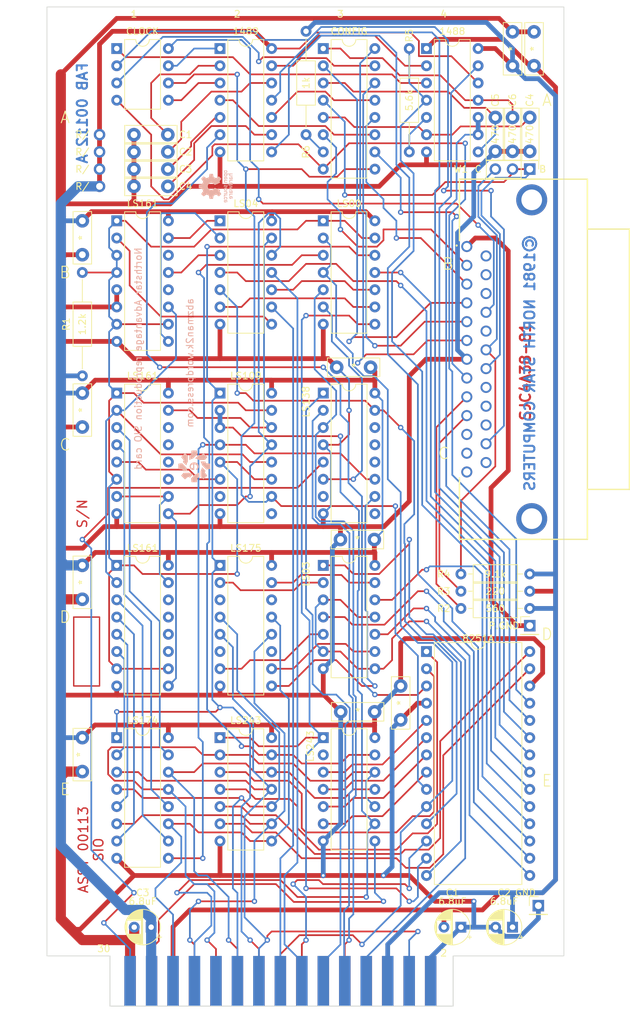
<source format=kicad_pcb>
(kicad_pcb (version 20211014) (generator pcbnew)
  (layers (0 "F.Cu" signal) (31 "B.Cu" signal) (34 "B.Paste" user) (35 "F.Paste" user) (36 "B.SilkS" user "B.Silkscreen") (37 "F.SilkS" user "F.Silkscreen") (38 "B.Mask" user) (39 "F.Mask" user) (44 "Edge.Cuts" user))
  (net 0 "")
  (net 1 "/Protective Gnd")
  (net 2 "Net-(J1-Pad2)")
  (net 3 "Net-(J1-Pad3)")
  (net 4 "Net-(J1-Pad4)")
  (net 5 "Net-(J1-Pad5)")
  (net 6 "Net-(J1-Pad6)")
  (net 7 "GND")
  (net 8 "Net-(J1-Pad8)")
  (net 9 "Net-(J1-Pad9)")
  (net 10 "Net-(J1-Pad10)")
  (net 17 "Net-(J1-Pad17)")
  (net 19 "/C")
  (net 23 "Net-(J1-Pad24)")
  (net 25 "Net-(J1A1-Pad1)")
  (net 26 "Net-(J1A1-Pad5)")
  (net 27 "Net-(J1A1-Pad6)")
  (net 28 "Net-(J1A1-Pad3)")
  (net 29 "Net-(J1A1-Pad7)")
  (net 31 "/IO3")
  (net 33 "+12V")
  (net 35 "/{slash}IO INT")
  (net 37 "/IO A2")
  (net 38 "/IO A3")
  (net 39 "/IO A1")
  (net 41 "/{slash}BRD")
  (net 42 "/IO A0")
  (net 43 "/IO 8MHz")
  (net 44 "/{slash}BWR")
  (net 45 "/{slash}BIO RES")
  (net 46 "/IO2")
  (net 47 "/IO4")
  (net 49 "/IO5")
  (net 50 "/IO6")
  (net 51 "/IO1")
  (net 52 "/IO0")
  (net 53 "-12V")
  (net 54 "+5V")
  (net 55 "/IO7")
  (net 56 "/{slash}SELECT")
  (net 57 "Net-(C6-Pad1)")
  (net 58 "Net-(C5-Pad1)")
  (net 59 "Net-(J3A1-Pad11)")
  (net 60 "Net-(J3A1-Pad4)")
  (net 61 "Net-(C4-Pad1)")
  (net 62 "Net-(J3A1-Pad13)")
  (net 63 "Net-(J3A1-Pad15)")
  (net 64 "/PUP")
  (net 65 "Net-(U1B1-Pad9)")
  (net 66 "Net-(U1B1-Pad2)")
  (net 67 "/615KHz")
  (net 69 "Net-(U1B1-Pad13)")
  (net 71 "Net-(U1B1-Pad15)")
  (net 72 "Net-(U1C1-Pad9)")
  (net 73 "Net-(U1C1-Pad10)")
  (net 74 "Net-(U1C1-Pad3)")
  (net 76 "Net-(U1C1-Pad4)")
  (net 78 "Net-(U1C1-Pad5)")
  (net 81 "Net-(U1C1-Pad15)")
  (net 82 "Net-(U1D1-Pad3)")
  (net 84 "Net-(U1D1-Pad4)")
  (net 86 "Net-(U1D1-Pad5)")
  (net 88 "Net-(U1D1-Pad6)")
  (net 90 "Net-(U1E1-Pad9)")
  (net 91 "Net-(U2A1-Pad8)")
  (net 92 "Net-(U2A1-Pad11)")
  (net 93 "Net-(U2A1-Pad6)")
  (net 94 "Net-(U2B1-Pad10)")
  (net 95 "Net-(U2B1-Pad4)")
  (net 96 "Net-(U2B1-Pad5)")
  (net 97 "Net-(U2B1-Pad6)")
  (net 100 "Net-(U2D1-Pad9)")
  (net 101 "/INT 2")
  (net 102 "/INT 1")
  (net 107 "/INT 3")
  (net 108 "/INT 0")
  (net 109 "Net-(U2E1-Pad1)")
  (net 110 "/U3")
  (net 111 "/U2")
  (net 112 "/U1")
  (net 113 "/U0")
  (net 114 "Net-(U2E1-Pad13)")
  (net 115 "Net-(U3B1-Pad11)")
  (net 116 "Net-(U3B1-Pad6)")
  (net 122 "Net-(U3D1-Pad1)")
  (net 123 "Net-(U3D1-Pad10)")
  (net 124 "Net-(U3D1-Pad4)")
  (net 125 "Net-(U3D1-Pad12)")
  (net 126 "/U4")
  (net 127 "/U5")
  (net 128 "/U6")
  (net 129 "/U7")
  (net 130 "Net-(U4A1-Pad10)")
  (net 131 "Net-(R5-Pad1)")
  (net 132 "Net-(R5-Pad2)")
  (net 133 "Net-(U4A1-Pad13)")
  (net 134 "/RCA")
  (net 135 "/RCD")
  (net 136 "/RCB")
  (net 137 "/RCC")
  (net 138 "TxD")
  (net 139 "RxClock")
  (footprint "Resistor_THT:R_Axial_DIN0207_L6.3mm_D2.5mm_P15.24mm_Horizontal" (layer "F.Cu") (at 82.55 81.915 90)
    (fp_text reference "R1")
    (fp_text value "1.2k")
  )
  (footprint "Package_DIP:DIP-14_W7.62mm" (layer "F.Cu") (at 102.87 59.055)
    (fp_text reference "U2B1" hide)
    (fp_text value "LS04")
  )
  (footprint "Capacitor_THT:C_Disc_D7.5mm_W2.5mm_P5.00mm" (layer "F.Cu") (at 82.55 135.255 -90)
    (fp_text reference "C16" hide)
    (fp_text value "*")
  )
  (footprint "Capacitor_THT:C_Disc_D7.5mm_W2.5mm_P5.00mm" (layer "F.Cu") (at 125.095 80.645 180)
    (fp_text reference "C15" hide)
    (fp_text value "*")
  )
  (footprint "Capacitor_THT:C_Disc_D7.5mm_W2.5mm_P5.00mm" (layer "F.Cu") (at 90.17 51.435)
    (fp_text reference "C13" hide)
    (fp_text value "C")
  )
  (footprint "Package_DIP:DIP-14_W7.62mm" (layer "F.Cu") (at 118.11 109.855)
    (fp_text reference "U3D1" hide)
    (fp_text value "LS03")
  )
  (footprint "Capacitor_THT:C_Disc_D7.5mm_W2.5mm_P5.00mm" (layer "F.Cu") (at 90.17 46.355)
    (fp_text reference "C11" hide)
    (fp_text value "C")
  )
  (footprint "Package_DIP:DIP-14_W7.62mm" (layer "F.Cu") (at 102.87 135.255)
    (fp_text reference "U2E1" hide)
    (fp_text value "LS243")
  )
  (footprint "Package_DIP:DIP-14_W7.62mm" (layer "F.Cu") (at 102.87 33.655)
    (fp_text reference "U2A1" hide)
    (fp_text value "1489")
  )
  (footprint "Evan's misc parts:northstar db25" (layer "F.Cu") (at 139.3 62.845 90)
    (fp_text reference "J1" hide)
    (fp_text value "DB25_Female" hide)
  )
  (footprint "Package_DIP:DIP-14_W7.62mm" (layer "F.Cu") (at 133.35 33.655)
    (fp_text reference "U4A1" hide)
    (fp_text value "1488")
  )
  (footprint "Capacitor_THT:C_Disc_D7.5mm_W2.5mm_P5.00mm" (layer "F.Cu") (at 129.54 127.635 -90)
    (fp_text reference "C8" hide)
    (fp_text value "*")
  )
  (footprint "Capacitor_THT:C_Disc_D7.5mm_W2.5mm_P5.00mm" (layer "F.Cu") (at 149.225 36.195 90)
    (fp_text reference "C7" hide)
    (fp_text value "*")
  )
  (footprint "Capacitor_THT:C_Disc_D7.5mm_W2.5mm_P5.00mm" (layer "F.Cu") (at 125.65 106.045 180)
    (fp_text reference "C10" hide)
    (fp_text value "*")
  )
  (footprint "Capacitor_THT:CP_Radial_D5.0mm_P2.50mm" (layer "F.Cu") (at 92.71 163.195 180)
    (fp_text reference "C3")
    (fp_text value "6.8uF")
  )
  (footprint "Capacitor_THT:C_Disc_D7.5mm_W2.5mm_P5.00mm" (layer "F.Cu") (at 82.55 59.055 -90)
    (fp_text reference "C19" hide)
    (fp_text value "*")
  )
  (footprint "Package_DIP:DIP-16_W7.62mm" (layer "F.Cu") (at 102.87 109.855)
    (fp_text reference "U2D1" hide)
    (fp_text value "LS175")
  )
  (footprint "Capacitor_THT:C_Disc_D7.5mm_W2.5mm_P5.00mm" (layer "F.Cu") (at 143.51 43.815 -90)
    (fp_text reference "C5")
    (fp_text value "470")
  )
  (footprint "MountingHole:MountingHole_3.2mm_M3" (layer "F.Cu") (at 151.01 164.585)
    (fp_text reference "REF**" hide)
    (fp_text value "MountingHole_3.2mm_M3")
  )
  (footprint "Capacitor_THT:C_Disc_D7.5mm_W2.5mm_P5.00mm" (layer "F.Cu") (at 146.05 43.815 -90)
    (fp_text reference "C6")
    (fp_text value "470")
  )
  (footprint "Connector_PinHeader_2.54mm:PinHeader_1x01_P2.54mm_Vertical" (layer "F.Cu") (at 85.09 53.975)
    (fp_text reference "REF**" hide)
    (fp_text value "PinHeader_1x01_P2.54mm_Vertical")
  )
  (footprint "Capacitor_THT:CP_Radial_D5.0mm_P2.50mm" (layer "F.Cu") (at 138.43 163.195 180)
    (fp_text reference "C1")
    (fp_text value "6.8uF")
  )
  (footprint "Capacitor_THT:C_Disc_D7.5mm_W2.5mm_P5.00mm" (layer "F.Cu") (at 148.59 43.815 -90)
    (fp_text reference "C4")
    (fp_text value "470")
  )
  (footprint "Capacitor_THT:C_Disc_D7.5mm_W2.5mm_P5.00mm" (layer "F.Cu") (at 146.05 36.195 90)
    (fp_text reference "C20" hide)
    (fp_text value "*")
  )
  (footprint "Connector_PinHeader_2.54mm:PinHeader_1x01_P2.54mm_Vertical" (layer "F.Cu") (at 85.09 48.895)
    (fp_text reference "REF**" hide)
    (fp_text value "PinHeader_1x01_P2.54mm_Vertical")
  )
  (footprint "Resistor_THT:R_Axial_DIN0207_L6.3mm_D2.5mm_P10.16mm_Horizontal" (layer "F.Cu") (at 148.59 113.665 180)
    (fp_text reference "R3")
    (fp_text value "220")
  )
  (footprint "Resistor_THT:R_Axial_DIN0207_L6.3mm_D2.5mm_P10.16mm_Horizontal" (layer "F.Cu") (at 148.59 111.125 180)
    (fp_text reference "R4")
    (fp_text value "9.1k")
  )
  (footprint "Package_DIP:DIP-16_W7.62mm" (layer "F.Cu") (at 87.63 135.255)
    (fp_text reference "U1E1" hide)
    (fp_text value "LS174")
  )
  (footprint "Evan's misc parts:northstar edge connector" (layer "F.Cu") (at 86.63 167.435)
    (fp_text reference "J2" hide)
    (fp_text value "Conn_02x15_Odd_Even")
    (fp_line (start 0 7.4) (end 0 0) (layer "Edge.Cuts") (width 0.12))
    (fp_line (start 50.65 7.4) (end 0 7.4) (layer "Edge.Cuts") (width 0.12))
    (fp_line (start 50.65 7.4) (end 50.65 0) (layer "Edge.Cuts") (width 0.12))
  )
  (footprint "Package_DIP:DIP-16_W7.62mm" (layer "F.Cu") (at 118.11 84.455)
    (fp_text reference "U3C1" hide)
    (fp_text value "LS138")
  )
  (footprint "Connector_PinHeader_2.54mm:PinHeader_1x01_P2.54mm_Vertical" (layer "F.Cu") (at 148.59 118.745)
    (fp_text reference "P.GND")
    (fp_text value "PinHeader_1x01_P2.54mm_Vertical")
  )
  (footprint "Capacitor_THT:C_Disc_D7.5mm_W2.5mm_P5.00mm" (layer "F.Cu") (at 125.69 131.445 180)
    (fp_text reference "C9" hide)
    (fp_text value "*")
  )
  (footprint "Connector_PinHeader_2.54mm:PinHeader_1x01_P2.54mm_Vertical" (layer "F.Cu") (at 85.09 51.435)
    (fp_text reference "REF**" hide)
    (fp_text value "PinHeader_1x01_P2.54mm_Vertical")
  )
  (footprint "MountingHole:MountingHole_3.2mm_M3" (layer "F.Cu") (at 79.88 29.975)
    (fp_text reference "REF**" hide)
    (fp_text value "MountingHole_3.2mm_M3")
  )
  (footprint "Capacitor_THT:C_Disc_D7.5mm_W2.5mm_P5.00mm" (layer "F.Cu") (at 90.17 53.975)
    (fp_text reference "C14" hide)
    (fp_text value "C")
  )
  (footprint "Connector_PinHeader_2.54mm:PinHeader_1x01_P2.54mm_Vertical" (layer "F.Cu") (at 85.09 46.355)
    (fp_text reference "REF**" hide)
    (fp_text value "PinHeader_1x01_P2.54mm_Vertical")
  )
  (footprint "Resistor_THT:R_Axial_DIN0207_L6.3mm_D2.5mm_P15.24mm_Horizontal" (layer "F.Cu") (at 130.81 33.655 -90)
    (fp_text reference "R5")
    (fp_text value "5.6k")
  )
  (footprint "Resistor_THT:R_Axial_DIN0207_L6.3mm_D2.5mm_P10.16mm_Horizontal" (layer "F.Cu") (at 148.59 116.205 180)
    (fp_text reference "R2")
    (fp_text value "560")
  )
  (footprint "Connector_PinHeader_2.54mm:PinHeader_1x03_P2.54mm_Vertical" (layer "F.Cu") (at 148.59 51.435 -90)
    (fp_text reference "W1")
    (fp_text value "Conn_01x03")
  )
  (footprint "Capacitor_THT:CP_Radial_D5.0mm_P2.50mm" (layer "F.Cu") (at 146.05 163.195 180)
    (fp_text reference "C2")
    (fp_text value "6.8uF")
  )
  (footprint "Package_DIP:DIP-28_W15.24mm" (layer "F.Cu") (at 133.35 122.555)
    (fp_text reference "U4E1" hide)
    (fp_text value "8251A")
  )
  (footprint "Package_DIP:DIP-16_W7.62mm" (layer "F.Cu") (at 87.63 84.455)
    (fp_text reference "U1C1" hide)
    (fp_text value "LS161")
  )
  (footprint "Capacitor_THT:C_Disc_D7.5mm_W2.5mm_P5.00mm" (layer "F.Cu") (at 82.55 84.455 -90)
    (fp_text reference "C18" hide)
    (fp_text value "*")
  )
  (footprint "Capacitor_THT:C_Disc_D7.5mm_W2.5mm_P5.00mm" (layer "F.Cu") (at 82.55 109.855 -90)
    (fp_text reference "C17" hide)
    (fp_text value "*")
  )
  (footprint "Package_DIP:DIP-14_W7.62mm" (layer "F.Cu") (at 118.11 135.255)
    (fp_text reference "U3E1" hide)
    (fp_text value "LS243")
  )
  (footprint "Connector_PinHeader_2.54mm:PinHeader_1x01_P2.54mm_Vertical" (layer "F.Cu") (at 149.86 160.02)
    (fp_text reference "GND")
    (fp_text value "PinHeader_1x01_P2.54mm_Vertical")
  )
  (footprint "Package_DIP:DIP-14_W7.62mm" (layer "F.Cu") (at 118.11 59.055)
    (fp_text reference "U3B1" hide)
    (fp_text value "LS00")
  )
  (footprint "Package_DIP:DIP-8_W7.62mm" (layer "F.Cu") (at 87.63 33.655)
    (fp_text reference "J1A1" hide)
    (fp_text value "CLOCK")
  )
  (footprint "Package_DIP:DIP-16_W7.62mm" (layer "F.Cu") (at 118.11 33.655)
    (fp_text reference "J3A1" hide)
    (fp_text value "CONFIG")
  )
  (footprint "Resistor_THT:R_Axial_DIN0207_L6.3mm_D2.5mm_P15.24mm_Horizontal" (layer "F.Cu") (at 115.57 31.115 -90)
    (fp_text reference "R6")
    (fp_text value "1k")
  )
  (footprint "Capacitor_THT:C_Disc_D7.5mm_W2.5mm_P5.00mm" (layer "F.Cu") (at 90.17 48.895)
    (fp_text reference "C12" hide)
    (fp_text value "C")
  )
  (footprint "Package_DIP:DIP-16_W7.62mm" (layer "F.Cu") (at 102.87 84.455)
    (fp_text reference "U2C1" hide)
    (fp_text value "LS109")
  )
  (footprint "Package_DIP:DIP-16_W7.62mm" (layer "F.Cu") (at 87.63 59.055)
    (fp_text reference "U1B1" hide)
    (fp_text value "LS161")
  )
  (footprint "Package_DIP:DIP-16_W7.62mm" (layer "F.Cu") (at 87.63 109.855)
    (fp_text reference "U1D1" hide)
    (fp_text value "LS161")
  )
  (footprint "Evan's misc parts:OSHW gear" (layer "B.Cu") (at 102.235 53.975 -90)
    (fp_text reference "G***" hide)
    (fp_text value "LOGO" hide)
  )
  (footprint "Evan's misc parts:Evan Logo" (layer "B.Cu") (at 99.06 95.25 -90)
    (fp_text reference "G***" hide)
    (fp_text value "LOGO" hide)
  )
  (gr_rect (start 85.09 127.635) (end 81.28 117.475) (layer "F.Cu") (width 0.2) (fill none))
  (gr_line (start 86.63 167.435) (end 77.33 167.435) (layer "Edge.Cuts") (width 0.1))
  (gr_line (start 77.33 27.525) (end 153.63 27.525) (layer "Edge.Cuts") (width 0.1))
  (gr_line (start 153.63 167.435) (end 137.28 167.435) (layer "Edge.Cuts") (width 0.1))
  (gr_line (start 153.63 167.435) (end 153.63 27.525) (layer "Edge.Cuts") (width 0.1))
  (gr_line (start 77.33 167.435) (end 77.33 27.525) (layer "Edge.Cuts") (width 0.1))
  (gr_text "ASSY 00113\nSIO" (at 83.82 151.765 90) (layer "F.Cu") (effects (font (size 1.4 1.4) (thickness 0.2))))
  (gr_text "SJC4A38-81" (at 147.955 81.28 90) (layer "F.Cu") (effects (font (size 1.5 1.5) (thickness 0.3))))
  (gr_text "S/N" (at 82.55 102.235 90) (layer "F.Cu") (effects (font (size 1.4 1.4) (thickness 0.2))))
  (gr_text "©1981 NORTH STAR COMPUTERS" (at 148.59 80.01 90) (layer "B.Cu") (effects (font (size 1.5 1.5) (thickness 0.3)) (justify mirror)))
  (gr_text "FAB 00112 A" (at 82.55 43.18 90) (layer "B.Cu") (effects (font (size 1.5 1.5) (thickness 0.3)) (justify mirror)))
  (gr_text "Northstar Advantage reproduction SIO card" (at 90.805 79.375 90) (layer "B.SilkS") (effects (font (size 1 1)) (justify mirror)))
  (gr_text "abzman2k.wordpress.com" (at 98.425 80.01 90) (layer "B.SilkS") (effects (font (size 1 1)) (justify mirror)))
  (gr_text "B" (at 80.01 66.675) (layer "F.SilkS") (effects (font (size 1.7 1.7))))
  (gr_text "C1" (at 97.79 46.355) (layer "F.SilkS") (effects (font (size 1 1))))
  (gr_text "R/" (at 82.55 53.975) (layer "F.SilkS") (effects (font (size 1 1))))
  (gr_text "C4" (at 97.79 53.975) (layer "F.SilkS") (effects (font (size 1 1))))
  (gr_text "A" (at 80.01 43.815) (layer "F.SilkS") (effects (font (size 1.7 1.7))))
  (gr_text "C" (at 80.01 92.075) (layer "F.SilkS") (effects (font (size 1.7 1.7))))
  (gr_text "B" (at 136.525 65.405) (layer "F.SilkS") (effects (font (size 1.7 1.7))))
  (gr_text "E" (at 151.13 141.605) (layer "F.SilkS") (effects (font (size 1.7 1.7))))
  (gr_text "1" (at 90.17 28.575) (layer "F.SilkS") (effects (font (size 1 1))))
  (gr_text "R/" (at 82.55 48.895) (layer "F.SilkS") (effects (font (size 1 1))))
  (gr_text "E" (at 80.01 142.875) (layer "F.SilkS") (effects (font (size 1.7 1.7))))
  (gr_text "B" (at 150.495 51.435) (layer "F.SilkS") (effects (font (size 1 1))))
  (gr_text "C" (at 140.97 51.435) (layer "F.SilkS") (effects (font (size 1 1))))
  (gr_text "R/" (at 82.55 51.435) (layer "F.SilkS") (effects (font (size 1 1))))
  (gr_text "C" (at 135.89 93.345) (layer "F.SilkS") (effects (font (size 1.7 1.7))))
  (gr_text "A" (at 151.13 41.275) (layer "F.SilkS") (effects (font (size 1.7 1.7))))
  (gr_text "C3" (at 97.79 51.435) (layer "F.SilkS") (effects (font (size 1 1))))
  (gr_text "2" (at 105.41 28.575) (layer "F.SilkS") (effects (font (size 1 1))))
  (gr_text "30" (at 85.725 166.37) (layer "F.SilkS") (effects (font (size 1 1))))
  (gr_text "2" (at 135.89 167.005) (layer "F.SilkS") (effects (font (size 1 1))))
  (gr_text "4" (at 135.89 28.575) (layer "F.SilkS") (effects (font (size 1 1))))
  (gr_text "C2" (at 97.79 48.895) (layer "F.SilkS") (effects (font (size 1 1))))
  (gr_text "D" (at 80.01 117.475) (layer "F.SilkS") (effects (font (size 1.7 1.7))))
  (gr_text "R/" (at 82.55 46.355) (layer "F.SilkS") (effects (font (size 1 1))))
  (gr_text "D" (at 151.13 120.015) (layer "F.SilkS") (effects (font (size 1.7 1.7))))
  (gr_text "3" (at 120.65 28.575) (layer "F.SilkS") (effects (font (size 1 1))))
  (segment (start 142.875 114.935) (end 146.685 118.745) (width 0.7) (layer "F.Cu") (net 1))
  (segment (start 145.415 95.885) (end 142.875 98.425) (width 0.7) (layer "F.Cu") (net 1))
  (segment (start 140.55 61.595) (end 143.51 61.595) (width 0.7) (layer "F.Cu") (net 1))
  (segment (start 139.3 62.845) (end 140.55 61.595) (width 0.7) (layer "F.Cu") (net 1))
  (segment (start 145.415 63.5) (end 145.415 95.885) (width 0.7) (layer "F.Cu") (net 1))
  (segment (start 143.51 61.595) (end 145.415 63.5) (width 0.7) (layer "F.Cu") (net 1))
  (segment (start 146.685 118.745) (end 148.59 118.745) (width 0.7) (layer "F.Cu") (net 1))
  (segment (start 142.875 98.425) (end 142.875 114.935) (width 0.7) (layer "F.Cu") (net 1))
  (segment (start 118.11 48.895) (end 115.57 46.355) (width 0.25) (layer "B.Cu") (net 2))
  (segment (start 139.3 68.385) (end 132.51 61.595) (width 0.25) (layer "F.Cu") (net 3))
  (segment (start 132.51 61.595) (end 128.905 61.595) (width 0.25) (layer "F.Cu") (net 3))
  (via (at 128.905 61.595) (size 0.8) (drill 0.4) (layers "F.Cu" "B.Cu") (net 3))
  (segment (start 127 57.15) (end 128.905 59.055) (width 0.25) (layer "B.Cu") (net 3))
  (segment (start 124.46 53.34) (end 127 55.88) (width 0.25) (layer "B.Cu") (net 3))
  (segment (start 125.73 43.815) (end 124.46 45.085) (width 0.25) (layer "B.Cu") (net 3))
  (segment (start 124.46 45.085) (end 124.46 53.34) (width 0.25) (layer "B.Cu") (net 3))
  (segment (start 127 55.88) (end 127 57.15) (width 0.25) (layer "B.Cu") (net 3))
  (segment (start 128.905 59.055) (end 128.905 61.595) (width 0.25) (layer "B.Cu") (net 3))
  (segment (start 139.3 71.155) (end 133.95 71.155) (width 0.25) (layer "F.Cu") (net 4))
  (segment (start 133.95 71.155) (end 128.905 76.2) (width 0.25) (layer "F.Cu") (net 4))
  (segment (start 122.555 76.2) (end 121.92 76.835) (width 0.25) (layer "F.Cu") (net 4))
  (segment (start 128.905 76.2) (end 122.555 76.2) (width 0.25) (layer "F.Cu") (net 4))
  (via (at 121.92 76.835) (size 0.8) (drill 0.4) (layers "F.Cu" "B.Cu") (net 4))
  (segment (start 123.11144 75.64356) (end 121.92 76.835) (width 0.25) (layer "B.Cu") (net 4))
  (segment (start 123.11144 41.19644) (end 123.11144 75.64356) (width 0.25) (layer "B.Cu") (net 4))
  (segment (start 118.11 36.195) (end 123.11144 41.19644) (width 0.25) (layer "B.Cu") (net 4))
  (segment (start 133.085 73.925) (end 129.54 77.47) (width 0.25) (layer "F.Cu") (net 5))
  (segment (start 129.54 77.47) (end 125.73 77.47) (width 0.25) (layer "F.Cu") (net 5))
  (segment (start 139.3 73.925) (end 133.085 73.925) (width 0.25) (layer "F.Cu") (net 5))
  (via (at 125.73 77.47) (size 0.8) (drill 0.4) (layers "F.Cu" "B.Cu") (net 5))
  (segment (start 124.01048 57.33548) (end 124.46 57.785) (width 0.25) (layer "B.Cu") (net 5))
  (segment (start 124.01048 40.45452) (end 124.01048 57.33548) (width 0.25) (layer "B.Cu") (net 5))
  (segment (start 125.73 38.735) (end 124.01048 40.45452) (width 0.25) (layer "B.Cu") (net 5))
  (segment (start 124.46 76.2) (end 125.73 77.47) (width 0.25) (layer "B.Cu") (net 5))
  (segment (start 124.46 57.785) (end 124.46 76.2) (width 0.25) (layer "B.Cu") (net 5))
  (segment (start 133.49 76.695) (end 131.445 78.74) (width 0.25) (layer "F.Cu") (net 6))
  (segment (start 139.3 76.695) (end 133.49 76.695) (width 0.25) (layer "F.Cu") (net 6))
  (segment (start 123.19 80.01) (end 124.46 78.74) (width 0.25) (layer "F.Cu") (net 6))
  (segment (start 131.445 78.74) (end 124.46 78.74) (width 0.25) (layer "F.Cu") (net 6))
  (via (at 123.19 80.01) (size 0.8) (drill 0.4) (layers "F.Cu" "B.Cu") (net 6))
  (segment (start 123.56096 35.82404) (end 125.73 33.655) (width 0.25) (layer "B.Cu") (net 6))
  (segment (start 123.19 80.01) (end 124.01048 79.18952) (width 0.25) (layer "B.Cu") (net 6))
  (segment (start 124.01048 57.971198) (end 123.56096 57.521677) (width 0.25) (layer "B.Cu") (net 6))
  (segment (start 123.56096 57.521677) (end 123.56096 35.82404) (width 0.25) (layer "B.Cu") (net 6))
  (segment (start 124.01048 79.18952) (end 124.01048 57.971198) (width 0.25) (layer "B.Cu") (net 6))
  (segment (start 79.375 89.535) (end 79.375 107.315) (width 1.5) (layer "F.Cu") (net 7))
  (segment (start 148.59 48.815) (end 143.51 48.815) (width 0.7) (layer "F.Cu") (net 7))
  (segment (start 130.81 81.915) (end 133.26 79.465) (width 0.7) (layer "F.Cu") (net 7))
  (segment (start 87.63 104.14) (end 102.87 104.14) (width 0.7) (layer "F.Cu") (net 7))
  (segment (start 79.41452 56.55452) (end 79.375 56.515) (width 0.7) (layer "F.Cu") (net 7))
  (segment (start 90.17 48.895) (end 90.17 46.355) (width 0.7) (layer "F.Cu") (net 7))
  (segment (start 120.65 106.045) (end 120.65 104.14) (width 0.7) (layer "F.Cu") (net 7))
  (segment (start 117.990489 128.984511) (end 102.790489 128.984511) (width 0.7) (layer "F.Cu") (net 7))
  (segment (start 118.11 92.075) (end 120.404614 92.075) (width 0.25) (layer "F.Cu") (net 7))
  (segment (start 133.35 50.8) (end 129.54 50.8) (width 0.7) (layer "F.Cu") (net 7))
  (segment (start 130.81 155.575) (end 134.62 159.385) (width 0.7) (layer "F.Cu") (net 7))
  (segment (start 87.627886 29.21) (end 79.375 37.462886) (width 0.7) (layer "F.Cu") (net 7))
  (segment (start 79.375 107.315) (end 79.375 114.935) (width 1.5) (layer "F.Cu") (net 7))
  (segment (start 118.11 104.14) (end 118.11 102.235) (width 0.7) (layer "F.Cu") (net 7))
  (segment (start 82.2325 163.5125) (end 80.9625 163.5125) (width 0.7) (layer "F.Cu") (net 7))
  (segment (start 133.26 79.465) (end 139.3 79.465) (width 0.7) (layer "F.Cu") (net 7))
  (segment (start 127.072812 104.14) (end 130.81 100.402812) (width 0.7) (layer "F.Cu") (net 7))
  (segment (start 80.9625 163.5125) (end 82.55 165.1) (width 1.5) (layer "F.Cu") (net 7))
  (segment (start 102.87 74.295) (end 102.87 79.375) (width 0.7) (layer "F.Cu") (net 7))
  (segment (start 102.87 128.905) (end 102.790489 128.984511) (width 0.7) (layer "F.Cu") (net 7))
  (segment (start 79.375 37.462886) (end 79.375 56.515) (width 1.5) (layer "F.Cu") (net 7))
  (segment (start 132 130.175) (end 129.54 132.635) (width 0.7) (layer "F.Cu") (net 7))
  (segment (start 87.63 76.835) (end 79.375 76.835) (width 0.7) (layer "F.Cu") (net 7))
  (segment (start 79.375 114.935) (end 79.375 140.97) (width 1.5) (layer "F.Cu") (net 7))
  (segment (start 90.17 155.575) (end 82.2325 163.5125) (width 0.7) (layer "F.Cu") (net 7))
  (segment (start 102.87 104.14) (end 118.11 104.14) (width 0.7) (layer "F.Cu") (net 7))
  (segment (start 102.87 79.375) (end 118.11 79.375) (width 0.7) (layer "F.Cu") (net 7))
  (segment (start 87.63 127.635) (end 87.63 128.905) (width 0.7) (layer "F.Cu") (net 7))
  (segment (start 79.375 56.515) (end 79.375 64.77) (width 1.5) (layer "F.Cu") (net 7))
  (segment (start 79.375 140.97) (end 79.375 161.925) (width 1.5) (layer "F.Cu") (net 7))
  (segment (start 102.87 102.235) (end 102.87 104.14) (width 0.7) (layer "F.Cu") (net 7))
  (segment (start 87.63 71.755) (end 80.01 71.755) (width 0.7) (layer "F.Cu") (net 7))
  (segment (start 82.55 64.055) (end 80.09 64.055) (width 0.7) (layer "F.Cu") (net 7))
  (segment (start 118.11 79.375) (end 118.825 79.375) (width 0.7) (layer "F.Cu") (net 7))
  (segment (start 90.21 164.555) (end 90.21 163.195) (width 1.5) (layer "F.Cu") (net 7))
  (segment (start 102.87 53.975) (end 102.87 48.895) (width 0.7) (layer "F.Cu") (net 7))
  (segment (start 148.59 31.195) (end 146.05 31.195) (width 0.7) (layer "F.Cu") (net 7))
  (segment (start 102.87 155.575) (end 102.87 150.495) (width 0.7) (layer "F.Cu") (net 7))
  (segment (start 82.622812 107.315) (end 85.797812 104.14) (width 0.7) (layer "F.Cu") (net 7))
  (segment (start 141.525 50.8) (end 133.35 50.8) (width 0.7) (layer "F.Cu") (net 7))
  (segment (start 79.375 72.39) (end 79.375 76.835) (width 1.5) (layer "F.Cu") (net 7))
  (segment (start 79.455 89.455) (end 79.375 89.535) (width 0.7) (layer "F.Cu") (net 7))
  (segment (start 120.65 104.14) (end 127.072812 104.14) (width 0.7) (layer "F.Cu") (net 7))
  (segment (start 79.455 114.855) (end 79.375 114.935) (width 1.5) (layer "F.Cu") (net 7))
  (segment (start 79.375 161.925) (end 80.9625 163.5125) (width 1.5) (layer "F.Cu") (net 7))
  (segment (start 89.535 165.1) (end 89.6 165.165) (width 1.5) (layer "F.Cu") (net 7))
  (segment (start 82.55 89.455) (end 79.455 89.455) (width 0.7) (layer "F.Cu") (net 7))
  (segment (start 118.11 128.865) (end 120.69 131.445) (width 0.7) (layer "F.Cu") (net 7))
  (segment (start 90.17 53.975) (end 90.17 55.95904) (width 0.7) (layer "F.Cu") (net 7))
  (segment (start 98.108916 53.975) (end 95.529395 56.55452) (width 0.7) (layer "F.Cu") (net 7))
  (segment (start 95.529395 56.55452) (end 89.57452 56.55452) (width 0.7) (layer "F.Cu") (net 7))
  (segment (start 80.09 64.055) (end 79.375 64.77) (width 0.7) (layer "F.Cu") (net 7))
  (segment (start 126.365 53.975) (end 102.87 53.975) (width 0.7) (layer "F.Cu") (net 7))
  (segment (start 118.11 104.14) (end 120.65 104.14) (width 0.7) (layer "F.Cu") (net 7))
  (segment (start 129.54 50.8) (end 126.365 53.975) (width 0.7) (layer "F.Cu") (net 7))
  (segment (start 90.17 48.895) (end 90.17 53.975) (width 0.7) (layer "F.Cu") (net 7))
  (segment (start 118.825 79.375) (end 120.095 80.645) (width 0.7) (layer "F.Cu") (net 7))
  (segment (start 87.63 76.835) (end 90.17 79.375) (width 0.7) (layer "F.Cu") (net 7))
  (segment (start 134.62 159.385) (end 140.335 159.385) (width 0.7) (layer "F.Cu") (net 7))
  (segment (start 90.17 155.575) (end 102.87 155.575) (width 0.7) (layer "F.Cu") (net 7))
  (segment (start 90.17 55.95904) (end 89.57452 56.55452) (width 0.7) (layer "F.Cu") (net 7))
  (segment (start 102.87 127.635) (end 102.87 128.905) (width 0.7) (layer "F.Cu") (net 7))
  (segment (start 87.63 128.905) (end 87.709511 128.984511) (width 0.7) (layer "F.Cu") (net 7))
  (segment (start 118.11 125.095) (end 118.11 128.865) (width 0.7) (layer "F.Cu") (net 7))
  (segment (start 90.17 79.375) (end 102.87 79.375) (width 0.7) (layer "F.Cu") (net 7))
  (segment (start 79.375 64.77) (end 79.375 72.39) (width 1.5) (layer "F.Cu") (net 7))
  (segment (start 133.35 130.175) (end 132 130.175) (width 0.7) (layer "F.Cu") (net 7))
  (segment (start 102.87 53.975) (end 98.108916 53.975) (width 0.7) (layer "F.Cu") (net 7))
  (segment (start 120.404614 92.075) (end 121.92 90.559614) (width 0.25) (layer "F.Cu") (net 7))
  (segment (start 102.790489 128.984511) (end 87.709511 128.984511) (width 0.7) (layer "F.Cu") (net 7))
  (segment (start 118.11 74.295) (end 118.11 79.375) (width 0.7) (layer "F.Cu") (net 7))
  (segment (start 130.81 100.402812) (end 130.81 81.915) (width 0.7) (layer "F.Cu") (net 7))
  (segment (start 118.11 128.865) (end 117.990489 128.984511) (width 0.7) (layer "F.Cu") (net 7))
  (segment (start 80.09 140.255) (end 79.375 140.97) (width 1.5) (layer "F.Cu") (net 7))
  (segment (start 79.375 76.835) (end 79.375 89.535) (width 1.5) (layer "F.Cu") (net 7))
  (segment (start 87.63 69.215) (end 87.63 71.755) (width 0.7) (layer "F.Cu") (net 7))
  (segment (start 133.35 50.8) (end 133.35 48.895) (width 0.7) (layer "F.Cu") (net 7))
  (segment (start 102.87 155.575) (end 118.11 155.575) (width 0.7) (layer "F.Cu") (net 7))
  (segment (start 89.57452 56.55452) (end 79.41452 56.55452) (width 0.7) (layer "F.Cu") (net 7))
  (segment (start 89.6 165.165) (end 89.6 171.135) (width 1.5) (layer "F.Cu") (net 7))
  (segment (start 143.51 48.815) (end 141.525 50.8) (width 0.7) (layer "F.Cu") (net 7))
  (segment (start 87.63 102.235) (end 87.63 104.14) (width 0.7) (layer "F.Cu") (net 7))
  (segment (start 82.55 140.255) (end 80.09 140.255) (width 1.5) (layer "F.Cu") (net 7))
  (segment (start 80.01 71.755) (end 79.375 72.39) (width 0.7) (layer "F.Cu") (net 7))
  (segment (start 144.065 29.21) (end 87.627886 29.21) (width 0.7) (layer "F.Cu") (net 7))
  (segment (start 121.92 90.559614) (end 121.92 86.995) (width 0.25) (layer "F.Cu") (net 7))
  (segment (start 87.63 153.035) (end 90.17 155.575) (width 0.7) (layer "F.Cu") (net 7))
  (segment (start 89.6 165.165) (end 90.21 164.555) (width 1.5) (layer "F.Cu") (net 7))
  (segment (start 82.55 114.855) (end 79.455 114.855) (width 1.5) (layer "F.Cu") (net 7))
  (segment (start 146.05 31.195) (end 144.065 29.21) (width 0.7) (layer "F.Cu") (net 7))
  (segment (start 85.797812 104.14) (end 87.63 104.14) (width 0.7) (layer "F.Cu") (net 7))
  (segment (start 79.375 107.315) (end 82.622812 107.315) (width 0.7) (layer "F.Cu") (net 7))
  (segment (start 87.709511 128.984511) (end 79.454511 128.984511) (width 0.7) (layer "F.Cu") (net 7))
  (segment (start 82.55 165.1) (end 89.535 165.1) (width 1.5) (layer "F.Cu") (net 7))
  (segment (start 118.11 155.575) (end 130.81 155.575) (width 0.7) (layer "F.Cu") (net 7))
  (via (at 140.335 159.385) (size 0.8) (drill 0.4) (layers "F.Cu" "B.Cu") (net 7))
  (via (at 121.92 86.995) (size 0.8) (drill 0.4) (layers "F.Cu" "B.Cu") (net 7))
  (via (at 127 155.575) (size 0.8) (drill 0.4) (layers "F.Cu" "B.Cu") (net 7))
  (via (at 118.11 155.575) (size 0.8) (drill 0.4) (layers "F.Cu" "B.Cu") (net 7))
  (segment (start 128.27 133.905) (end 128.27 154.305) (width 0.7) (layer "B.Cu") (net 7))
  (segment (start 144.899511 164.544511) (end 147.240489 164.544511) (width 0.7) (layer "B.Cu") (net 7))
  (segment (start 129.54 132.635) (end 128.27 133.905) (width 0.7) (layer "B.Cu") (net 7))
  (segment (start 118.11 102.235) (end 119.234511 101.110489) (width 0.25) (layer "B.Cu") (net 7))
  (segment (start 137.932989 78.097989) (end 139.3 79.465) (width 0.7) (layer "B.Cu") (net 7))
  (segment (start 143.55 163.195) (end 144.899511 164.544511) (width 0.7) (layer "B.Cu") (net 7))
  (segment (start 121.92 86.995) (end 121.92 82.47) (width 0.25) (layer "B.Cu") (net 7))
  (segment (start 120.69 147.915) (end 118.11 150.495) (width 0.7) (layer "B.Cu") (net 7))
  (segment (start 118.11 155.575) (end 118.11 150.495) (width 0.7) (layer "B.Cu") (net 7))
  (segment (start 140.335 159.385) (end 140.335 163.195) (width 0.7) (layer "B.Cu") (net 7))
  (segment (start 119.234511 93.199511) (end 118.11 92.075) (width 0.25) (layer "B.Cu") (net 7))
  (segment (start 143.51 48.815) (end 140.335 51.99) (width 0.7) (layer "B.Cu") (net 7))
  (segment (start 149.86 161.925) (end 149.86 160.02) (width 0.7) (layer "B.Cu") (net 7))
  (segment (start 137.932989 60.822011) (end 137.932989 78.097989) (width 0.7) (layer "B.Cu") (net 7))
  (segment (start 140.335 51.99) (end 140.335 58.42) (width 0.7) (layer "B.Cu") (net 7))
  (segment (start 133.9644 171.135) (end 133.9644 167.6606) (width 0.7) (layer "B.Cu") (net 7))
  (segment (start 133.9644 167.6606) (end 138.43 163.195) (width 0.7) (layer "B.Cu") (net 7))
  (segment (start 128.27 154.305) (end 127 155.575) (width 0.7) (layer "B.Cu") (net 7))
  (segment (start 118.11 125.095) (end 119.459511 123.745489) (width 0.7) (layer "B.Cu") (net 7))
  (segment (start 119.459511 123.745489) (end 119.459511 107.235489) (width 0.7) (layer "B.Cu") (net 7))
  (segment (start 120.69 131.445) (end 120.69 147.915) (width 0.7) (layer "B.Cu") (net 7))
  (segment (start 140.335 58.42) (end 137.932989 60.822011) (width 0.7) (layer "B.Cu") (net 7))
  (segment (start 140.335 163.195) (end 143.55 163.195) (width 0.7) (layer "B.Cu") (net 7))
  (segment (start 119.459511 107.235489) (end 120.65 106.045) (width 0.7) (layer "B.Cu") (net 7))
  (segment (start 147.240489 164.544511) (end 149.86 161.925) (width 0.7) (layer "B.Cu") (net 7))
  (segment (start 121.92 82.47) (end 120.095 80.645) (width 0.25) (layer "B.Cu") (net 7))
  (segment (start 119.234511 101.110489) (end 119.234511 93.199511) (width 0.25) (layer "B.Cu") (net 7))
  (segment (start 138.43 163.195) (end 140.335 163.195) (width 0.7) (layer "B.Cu") (net 7))
  (segment (start 137.16 57.785) (end 137.795 58.42) (width 0.25) (layer "F.Cu") (net 8))
  (segment (start 129.54 57.785) (end 137.16 57.785) (width 0.25) (layer "F.Cu") (net 8))
  (via (at 129.54 57.785) (size 0.8) (drill 0.4) (layers "F.Cu" "B.Cu") (net 8))
  (via (at 137.795 58.42) (size 0.8) (drill 0.4) (layers "F.Cu" "B.Cu") (net 8))
  (segment (start 125.73 48.895) (end 129.54 52.705) (width 0.25) (layer "B.Cu") (net 8))
  (segment (start 137.16 80.095) (end 137.16 59.055) (width 0.25) (layer "B.Cu") (net 8))
  (segment (start 129.54 52.705) (end 129.54 57.785) (width 0.25) (layer "B.Cu") (net 8))
  (segment (start 137.16 59.055) (end 137.795 58.42) (width 0.25) (layer "B.Cu") (net 8))
  (segment (start 139.3 82.235) (end 137.16 80.095) (width 0.25) (layer "B.Cu") (net 8))
  (segment (start 134.80548 89.49952) (end 139.3 85.005) (width 0.25) (layer "F.Cu") (net 9))
  (segment (start 134.80548 112.58048) (end 134.80548 89.49952) (width 0.25) (layer "F.Cu") (net 9))
  (segment (start 138.43 116.205) (end 134.80548 112.58048) (width 0.25) (layer "F.Cu") (net 9))
  (segment (start 135.255 91.82) (end 139.3 87.775) (width 0.25) (layer "F.Cu") (net 10))
  (segment (start 135.255 110.49) (end 135.255 91.82) (width 0.25) (layer "F.Cu") (net 10))
  (segment (start 138.43 113.665) (end 135.255 110.49) (width 0.25) (layer "F.Cu") (net 10))
  (segment (start 108.585 55.88) (end 109.22 56.515) (width 0.25) (layer "F.Cu") (net 17))
  (segment (start 109.22 56.515) (end 137.795 56.515) (width 0.25) (layer "F.Cu") (net 17))
  (segment (start 137.795 56.515) (end 140.97 59.69) (width 0.25) (layer "F.Cu") (net 17))
  (via (at 140.97 59.69) (size 0.8) (drill 0.4) (layers "F.Cu" "B.Cu") (net 17))
  (via (at 108.585 55.88) (size 0.8) (drill 0.4) (layers "F.Cu" "B.Cu") (net 17))
  (segment (start 95.25 33.655) (end 96.52 32.385) (width 0.25) (layer "B.Cu") (net 17))
  (segment (start 107.315 50.165) (end 108.585 51.435) (width 0.25) (layer "B.Cu") (net 17))
  (segment (start 143.282011 71.402989) (end 143.282011 62.002011) (width 0.25) (layer "B.Cu") (net 17))
  (segment (start 142.14 72.545) (end 143.282011 71.402989) (width 0.25) (layer "B.Cu") (net 17))
  (segment (start 143.282011 62.002011) (end 140.97 59.69) (width 0.25) (layer "B.Cu") (net 17))
  (segment (start 96.52 32.385) (end 106.045 32.385) (width 0.25) (layer "B.Cu") (net 17))
  (segment (start 107.315 33.655) (end 107.315 50.165) (width 0.25) (layer "B.Cu") (net 17))
  (segment (start 106.045 32.385) (end 107.315 33.655) (width 0.25) (layer "B.Cu") (net 17))
  (segment (start 108.585 51.435) (end 108.585 55.88) (width 0.25) (layer "B.Cu") (net 17))
  (segment (start 143.51 95.25) (end 138.43 100.33) (width 0.25) (layer "F.Cu") (net 19))
  (segment (start 138.43 100.33) (end 138.43 111.125) (width 0.25) (layer "F.Cu") (net 19))
  (segment (start 143.51 79.455) (end 143.51 95.25) (width 0.25) (layer "F.Cu") (net 19))
  (segment (start 142.14 78.085) (end 143.51 79.455) (width 0.25) (layer "F.Cu") (net 19))
  (segment (start 141.00952 53.93548) (end 143.51 51.435) (width 0.25) (layer "B.Cu") (net 19))
  (segment (start 141.00952 58.45952) (end 141.00952 53.93548) (width 0.25) (layer "B.Cu") (net 19))
  (segment (start 142.14 78.085) (end 143.731531 76.493469) (width 0.25) (layer "B.Cu") (net 19))
  (segment (start 143.731531 76.493469) (end 143.731531 61.181531) (width 0.25) (layer "B.Cu") (net 19))
  (segment (start 143.731531 61.181531) (end 141.00952 58.45952) (width 0.25) (layer "B.Cu") (net 19))
  (segment (start 142.875 54.61) (end 135.89 54.61) (width 0.25) (layer "F.Cu") (net 23))
  (via (at 135.89 54.61) (size 0.8) (drill 0.4) (layers "F.Cu" "B.Cu") (net 23))
  (via (at 142.875 54.61) (size 0.8) (drill 0.4) (layers "F.Cu" "B.Cu") (net 23))
  (segment (start 136.525 53.975) (end 136.525 32.42452) (width 0.25) (layer "B.Cu") (net 23))
  (segment (start 142.14 91.925) (end 144.78 89.285) (width 0.25) (layer "B.Cu") (net 23))
  (segment (start 117.7953 30.48) (end 115.8903 32.385) (width 0.25) (layer "B.Cu") (net 23))
  (segment (start 142.875 58.42) (end 142.875 55.88) (width 0.25) (layer "B.Cu") (net 23))
  (segment (start 107.95 31.115) (end 92.71 31.115) (width 0.25) (layer "B.Cu") (net 23))
  (segment (start 144.78 60.325) (end 142.875 58.42) (width 0.25) (layer "B.Cu") (net 23))
  (segment (start 109.22 32.385) (end 107.95 31.115) (width 0.25) (layer "B.Cu") (net 23))
  (segment (start 134.58048 30.48) (end 117.7953 30.48) (width 0.25) (layer "B.Cu") (net 23))
  (segment (start 142.875 55.88) (end 142.875 54.61) (width 0.25) (layer "B.Cu") (net 23))
  (segment (start 115.8903 32.385) (end 109.22 32.385) (width 0.25) (layer "B.Cu") (net 23))
  (segment (start 135.89 54.61) (end 136.525 53.975) (width 0.25) (layer "B.Cu") (net 23))
  (segment (start 144.78 89.285) (end 144.78 60.325) (width 0.25) (layer "B.Cu") (net 23))
  (segment (start 92.71 31.115) (end 87.63 36.195) (width 0.25) (layer "B.Cu") (net 23))
  (segment (start 136.525 32.42452) (end 134.58048 30.48) (width 0.25) (layer "B.Cu") (net 23))
  (segment (start 107.315 37.465) (end 128.27 37.465) (width 0.25) (layer "F.Cu") (net 25))
  (segment (start 87.63 33.655) (end 88.9 34.925) (width 0.25) (layer "F.Cu") (net 25))
  (segment (start 104.775 34.925) (end 107.315 37.465) (width 0.25) (layer "F.Cu") (net 25))
  (segment (start 129.54 38.735) (end 133.35 38.735) (width 0.25) (layer "F.Cu") (net 25))
  (segment (start 128.27 37.465) (end 129.54 38.735) (width 0.25) (layer "F.Cu") (net 25))
  (segment (start 88.9 34.925) (end 104.775 34.925) (width 0.25) (layer "F.Cu") (net 25))
  (segment (start 97.155 41.275) (end 99.695 38.735) (width 0.25) (layer "F.Cu") (net 26))
  (segment (start 95.25 41.275) (end 97.155 41.275) (width 0.25) (layer "F.Cu") (net 26))
  (segment (start 99.695 38.735) (end 102.87 38.735) (width 0.25) (layer "F.Cu") (net 26))
  (segment (start 125.73 51.435) (end 121.285 51.435) (width 0.25) (layer "F.Cu") (net 27))
  (segment (start 95.25 38.735) (end 97.79 38.735) (width 0.25) (layer "F.Cu") (net 27))
  (segment (start 114.935 51.435) (end 106.68 51.435) (width 0.25) (layer "F.Cu") (net 27))
  (segment (start 120.160489 52.559511) (end 116.059511 52.559511) (width 0.25) (layer "F.Cu") (net 27))
  (segment (start 116.059511 52.559511) (end 114.935 51.435) (width 0.25) (layer "F.Cu") (net 27))
  (segment (start 97.79 38.735) (end 99.06 37.465) (width 0.25) (layer "F.Cu") (net 27))
  (segment (start 110.49 99.695) (end 111.905489 101.110489) (width 0.25) (layer "F.Cu") (net 27))
  (segment (start 111.905489 101.110489) (end 128.759511 101.110489) (width 0.25) (layer "F.Cu") (net 27))
  (segment (start 121.285 51.435) (end 120.160489 52.559511) (width 0.25) (layer "F.Cu") (net 27))
  (segment (start 99.06 37.465) (end 105.41 37.465) (width 0.25) (layer "F.Cu") (net 27))
  (via (at 106.68 51.435) (size 0.8) (drill 0.4) (layers "F.Cu" "B.Cu") (net 27))
  (via (at 128.759511 101.110489) (size 0.8) (drill 0.4) (layers "F.Cu" "B.Cu") (net 27))
  (via (at 105.41 37.465) (size 0.8) (drill 0.4) (layers "F.Cu" "B.Cu") (net 27))
  (segment (start 132.08 141.605) (end 133.35 142.875) (width 0.25) (layer "B.Cu") (net 27))
  (segment (start 128.759511 119.869511) (end 132.08 123.19) (width 0.25) (layer "B.Cu") (net 27))
  (segment (start 106.045 90.805) (end 107.95 88.9) (width 0.25) (layer "B.Cu") (net 27))
  (segment (start 107.95 58.42) (end 106.68 57.15) (width 0.25) (layer "B.Cu") (net 27))
  (segment (start 105.41 37.465) (end 105.41 50.165) (width 0.25) (layer "B.Cu") (net 27))
  (segment (start 109.690001 100.494999) (end 107.090385 100.494999) (width 0.25) (layer "B.Cu") (net 27))
  (segment (start 106.045 99.449614) (end 106.045 90.805) (width 0.25) (layer "B.Cu") (net 27))
  (segment (start 107.95 88.9) (end 107.95 58.42) (width 0.25) (layer "B.Cu") (net 27))
  (segment (start 106.68 57.15) (end 106.68 51.435) (width 0.25) (layer "B.Cu") (net 27))
  (segment (start 132.08 123.19) (end 132.08 141.605) (width 0.25) (layer "B.Cu") (net 27))
  (segment (start 107.090385 100.494999) (end 106.045 99.449614) (width 0.25) (layer "B.Cu") (net 27))
  (segment (start 110.49 99.695) (end 109.690001 100.494999) (width 0.25) (layer "B.Cu") (net 27))
  (segment (start 105.41 50.165) (end 106.68 51.435) (width 0.25) (layer "B.Cu") (net 27))
  (segment (start 128.759511 101.110489) (end 128.759511 119.869511) (width 0.25) (layer "B.Cu") (net 27))
  (segment (start 125.73 31.75) (end 117.474282 31.75) (width 0.25) (layer "F.Cu") (net 28))
  (segment (start 130.175 36.195) (end 125.73 31.75) (width 0.25) (layer "F.Cu") (net 28))
  (segment (start 133.35 36.195) (end 130.175 36.195) (width 0.25) (layer "F.Cu") (net 28))
  (segment (start 117.474282 31.75) (end 114.299282 34.925) (width 0.25) (layer "F.Cu") (net 28))
  (segment (start 109.22 34.925) (end 108.585 35.56) (width 0.25) (layer "F.Cu") (net 28))
  (segment (start 114.299282 34.925) (end 109.22 34.925) (width 0.25) (layer "F.Cu") (net 28))
  (via (at 108.585 35.56) (size 0.8) (drill 0.4) (layers "F.Cu" "B.Cu") (net 28))
  (segment (start 108.585 34.289282) (end 108.585 35.56) (width 0.25) (layer "B.Cu") (net 28))
  (segment (start 106.231198 31.93548) (end 108.585 34.289282) (width 0.25) (layer "B.Cu") (net 28))
  (segment (start 94.42952 31.93548) (end 106.231198 31.93548) (width 0.25) (layer "B.Cu") (net 28))
  (segment (start 87.63 38.735) (end 94.42952 31.93548) (width 0.25) (layer "B.Cu") (net 28))
  (segment (start 96.52 36.195) (end 99.06 33.655) (width 0.25) (layer "B.Cu") (net 29))
  (segment (start 99.06 33.655) (end 102.87 33.655) (width 0.25) (layer "B.Cu") (net 29))
  (segment (start 95.25 36.195) (end 96.52 36.195) (width 0.25) (layer "B.Cu") (net 29))
  (segment (start 92.075 141.605) (end 90.805 140.335) (width 0.25) (layer "F.Cu") (net 31))
  (segment (start 110.49 163.83) (end 109.855 164.465) (width 0.25) (layer "F.Cu") (net 31))
  (segment (start 106.68 141.605) (end 92.075 141.605) (width 0.25) (layer "F.Cu") (net 31))
  (segment (start 108.585 142.875) (end 107.95 142.875) (width 0.25) (layer "F.Cu") (net 31))
  (segment (start 107.95 142.875) (end 106.68 141.605) (width 0.25) (layer "F.Cu") (net 31))
  (segment (start 108.585 142.875) (end 110.49 142.875) (width 0.25) (layer "F.Cu") (net 31))
  (segment (start 132.08 163.83) (end 110.49 163.83) (width 0.25) (layer "F.Cu") (net 31))
  (segment (start 90.805 140.335) (end 87.63 140.335) (width 0.25) (layer "F.Cu") (net 31))
  (segment (start 109.855 164.465) (end 109.855 165.1) (width 0.25) (layer "F.Cu") (net 31))
  (via (at 132.08 163.83) (size 0.8) (drill 0.4) (layers "F.Cu" "B.Cu") (net 31))
  (via (at 109.855 165.1) (size 0.8) (drill 0.4) (layers "F.Cu" "B.Cu") (net 31))
  (segment (start 104.775 129.54) (end 104.775 121.92) (width 0.25) (layer "B.Cu") (net 31))
  (segment (start 107.76452 140.14952) (end 107.76452 132.52952) (width 0.25) (layer "B.Cu") (net 31))
  (segment (start 130.7956 171.135) (end 130.7956 165.1144) (width 0.25) (layer "B.Cu") (net 31))
  (segment (start 106.49452 161.73952) (end 109.855 165.1) (width 0.25) (layer "B.Cu") (net 31))
  (segment (start 110.49 142.875) (end 107.76452 140.14952) (width 0.25) (layer "B.Cu") (net 31))
  (segment (start 130.7956 165.1144) (end 132.08 163.83) (width 0.25) (layer "B.Cu") (net 31))
  (segment (start 108.6133 171.135) (end 108.6133 166.3417) (width 0.25) (layer "B.Cu") (net 31))
  (segment (start 107.76452 132.52952) (end 104.775 129.54) (width 0.25) (layer "B.Cu") (net 31))
  (segment (start 104.775 121.92) (end 102.87 120.015) (width 0.25) (layer "B.Cu") (net 31))
  (segment (start 108.6133 166.3417) (end 109.855 165.1) (width 0.25) (layer "B.Cu") (net 31))
  (segment (start 106.49452 146.87048) (end 106.49452 161.73952) (width 0.25) (layer "B.Cu") (net 31))
  (segment (start 110.49 142.875) (end 106.49452 146.87048) (width 0.25) (layer "B.Cu") (net 31))
  (segment (start 143.51 33.655) (end 146.05 36.195) (width 0.7) (layer "F.Cu") (net 33))
  (segment (start 140.97 33.655) (end 143.51 33.655) (width 0.7) (layer "F.Cu") (net 33))
  (segment (start 135.255 158.115) (end 127.6267 165.7433) (width 0.7) (layer "B.Cu") (net 33))
  (segment (start 152.4 116.205) (end 152.4 111.125) (width 0.7) (layer "B.Cu") (net 33))
  (segment (start 146.05 33.655) (end 142.20048 29.80548) (width 0.7) (layer "B.Cu") (net 33))
  (segment (start 149.86 38.1) (end 147.955 38.1) (width 0.7) (layer "B.Cu") (net 33))
  (segment (start 146.05 158.115) (end 150.495 158.115) (width 0.7) (layer "B.Cu") (net 33))
  (segment (start 150.495 158.115) (end 152.4 156.21) (width 0.7) (layer "B.Cu") (net 33))
  (segment (start 147.955 38.1) (end 146.05 36.195) (width 0.7) (layer "B.Cu") (net 33))
  (segment (start 152.4 40.64) (end 149.86 38.1) (width 0.7) (layer "B.Cu") (net 33))
  (segment (start 116.87952 29.80548) (end 115.57 31.115) (width 0.7) (layer "B.Cu") (net 33))
  (segment (start 146.05 163.195) (end 146.05 158.115) (width 0.7) (layer "B.Cu") (net 33))
  (segment (start 152.4 111.125) (end 148.59 111.125) (width 0.7) (layer "B.Cu") (net 33))
  (segment (start 152.4 111.125) (end 152.4 40.64) (width 0.7) (layer "B.Cu") (net 33))
  (segment (start 152.4 156.21) (end 152.4 116.205) (width 0.7) (layer "B.Cu") (net 33))
  (segment (start 142.20048 29.80548) (end 116.87952 29.80548) (width 0.7) (layer "B.Cu") (net 33))
  (segment (start 127.6267 165.7433) (end 127.6267 171.135) (width 0.7) (layer "B.Cu") (net 33))
  (segment (start 148.59 116.205) (end 152.4 116.205) (width 0.7) (layer "B.Cu") (net 33))
  (segment (start 146.05 36.195) (end 146.05 33.655) (width 0.7) (layer "B.Cu") (net 33))
  (segment (start 146.05 158.115) (end 135.255 158.115) (width 0.7) (layer "B.Cu") (net 33))
  (segment (start 125.73 125.095) (end 127 125.095) (width 0.25) (layer "F.Cu") (net 35))
  (segment (start 128.27 120.65) (end 130.81 118.11) (width 0.25) (layer "F.Cu") (net 35))
  (segment (start 130.81 118.11) (end 133.35 118.11) (width 0.25) (layer "F.Cu") (net 35))
  (segment (start 120.65 114.935) (end 118.11 114.935) (width 0.25) (layer "F.Cu") (net 35))
  (segment (start 127 125.095) (end 128.27 123.825) (width 0.25) (layer "F.Cu") (net 35))
  (segment (start 123.19 125.095) (end 125.73 125.095) (width 0.25) (layer "F.Cu") (net 35))
  (segment (start 118.11 122.555) (end 120.65 122.555) (width 0.25) (layer "F.Cu") (net 35))
  (segment (start 128.27 123.825) (end 128.27 120.65) (width 0.25) (layer "F.Cu") (net 35))
  (segment (start 125.73 117.475) (end 123.19 117.475) (width 0.25) (layer "F.Cu") (net 35))
  (segment (start 120.65 122.555) (end 123.19 125.095) (width 0.25) (layer "F.Cu") (net 35))
  (segment (start 123.19 117.475) (end 120.65 114.935) (width 0.25) (layer "F.Cu") (net 35))
  (via (at 133.35 118.11) (size 0.8) (drill 0.4) (layers "F.Cu" "B.Cu") (net 35))
  (segment (start 139.065 153.035) (end 124.4578 167.6422) (width 0.25) (layer "B.Cu") (net 35))
  (segment (start 124.4578 167.6422) (end 124.4578 171.135) (width 0.25) (layer "B.Cu") (net 35))
  (segment (start 116.985489 121.430489) (end 118.11 122.555) (width 0.25) (layer "B.Cu") (net 35))
  (segment (start 116.985489 116.059511) (end 116.985489 121.430489) (width 0.25) (layer "B.Cu") (net 35))
  (segment (start 118.11 114.935) (end 116.985489 116.059511) (width 0.25) (layer "B.Cu") (net 35))
  (segment (start 133.35 118.11) (end 139.065 123.825) (width 0.25) (layer "B.Cu") (net 35))
  (segment (start 139.065 123.825) (end 139.065 153.035) (width 0.25) (layer "B.Cu") (net 35))
  (segment (start 121.195489 171.041589) (end 121.195489 160.744511) (width 0.25) (layer "B.Cu") (net 37))
  (segment (start 121.92 110.49) (end 121.974511 110.435489) (width 0.25) (layer "B.Cu") (net 37))
  (segment (start 122.464031 142.965969) (end 122.464031 129.449031) (width 0.25) (layer "B.Cu") (net 37))
  (segment (start 121.974511 105.133542) (end 120.65 103.809031) (width 0.25) (layer "B.Cu") (net 37))
  (segment (start 121.195489 160.744511) (end 121.92 160.02) (width 0.25) (layer "B.Cu") (net 37))
  (segment (start 121.92 128.905) (end 121.92 110.49) (width 0.25) (layer "B.Cu") (net 37))
  (segment (start 116.535969 102.886986) (end 116.535969 88.569031) (width 0.25) (layer "B.Cu") (net 37))
  (segment (start 121.2889 171.135) (end 121.195489 171.041589) (width 0.25) (layer "B.Cu") (net 37))
  (segment (start 121.92 160.02) (end 121.92 143.51) (width 0.25) (layer "B.Cu") (net 37))
  (segment (start 121.92 143.51) (end 122.464031 142.965969) (width 0.25) (layer "B.Cu") (net 37))
  (segment (start 122.464031 129.449031) (end 121.92 128.905) (width 0.25) (layer "B.Cu") (net 37))
  (segment (start 121.974511 110.435489) (end 121.974511 105.133542) (width 0.25) (layer "B.Cu") (net 37))
  (segment (start 120.65 103.809031) (end 117.458014 103.809031) (width 0.25) (layer "B.Cu") (net 37))
  (segment (start 117.458014 103.809031) (end 116.535969 102.886986) (width 0.25) (layer "B.Cu") (net 37))
  (segment (start 116.535969 88.569031) (end 118.11 86.995) (width 0.25) (layer "B.Cu") (net 37))
  (segment (start 121.2889 165.7311) (end 121.92 165.1) (width 0.25) (layer "F.Cu") (net 38))
  (segment (start 121.2889 171.135) (end 121.2889 165.7311) (width 0.25) (layer "F.Cu") (net 38))
  (via (at 121.92 165.1) (size 0.8) (drill 0.4) (layers "F.Cu" "B.Cu") (net 38))
  (segment (start 118.11 89.535) (end 120.015 87.63) (width 0.25) (layer "B.Cu") (net 38))
  (segment (start 120.015 87.63) (end 120.015 84.110978) (width 0.25) (layer "B.Cu") (net 38))
  (segment (start 116.985489 102.700789) (end 117.644211 103.359511) (width 0.25) (layer "B.Cu") (net 38))
  (segment (start 120.015 84.110978) (end 116.84 80.935978) (width 0.25) (layer "B.Cu") (net 38))
  (segment (start 122.913551 143.786449) (end 122.913551 129.262833) (width 0.25) (layer "B.Cu") (net 38))
  (segment (start 116.84 70.485) (end 118.11 69.215) (width 0.25) (layer "B.Cu") (net 38))
  (segment (start 122.555 128.904282) (end 122.555 111.125) (width 0.25) (layer "B.Cu") (net 38))
  (segment (start 121.92 165.1) (end 121.92 161.925) (width 0.25) (layer "B.Cu") (net 38))
  (segment (start 122.913551 129.262833) (end 122.555 128.904282) (width 0.25) (layer "B.Cu") (net 38))
  (segment (start 122.555 111.125) (end 122.555 104.775) (width 0.25) (layer "B.Cu") (net 38))
  (segment (start 121.139511 103.359511) (end 122.555 104.775) (width 0.25) (layer "B.Cu") (net 38))
  (segment (start 116.985489 90.659511) (end 116.985489 102.700789) (width 0.25) (layer "B.Cu") (net 38))
  (segment (start 117.644211 103.359511) (end 121.139511 103.359511) (width 0.25) (layer "B.Cu") (net 38))
  (segment (start 121.92 161.925) (end 122.555 161.29) (width 0.25) (layer "B.Cu") (net 38))
  (segment (start 118.11 89.535) (end 116.985489 90.659511) (width 0.25) (layer "B.Cu") (net 38))
  (segment (start 122.555 144.145) (end 122.913551 143.786449) (width 0.25) (layer "B.Cu") (net 38))
  (segment (start 116.84 80.935978) (end 116.84 70.485) (width 0.25) (layer "B.Cu") (net 38))
  (segment (start 122.555 161.29) (end 122.555 144.145) (width 0.25) (layer "B.Cu") (net 38))
  (segment (start 120.65 165.755) (end 120.65 148.908916) (width 0.25) (layer "B.Cu") (net 39))
  (segment (start 116.535969 127.330969) (end 116.535969 117.170969) (width 0.25) (layer "B.Cu") (net 39))
  (segment (start 118.11 128.905) (end 116.535969 127.330969) (width 0.25) (layer "B.Cu") (net 39))
  (segment (start 116.535969 117.170969) (end 115.57 116.205) (width 0.25) (layer "B.Cu") (net 39))
  (segment (start 122.014511 130.896368) (end 120.023143 128.905) (width 0.25) (layer "B.Cu") (net 39))
  (segment (start 120.65 148.908916) (end 121.36452 148.194396) (width 0.25) (layer "B.Cu") (net 39))
  (segment (start 118.12 171.135) (end 118.12 168.285) (width 0.25) (layer "B.Cu") (net 39))
  (segment (start 120.023143 128.905) (end 118.11 128.905) (width 0.25) (layer "B.Cu") (net 39))
  (segment (start 115.57 116.205) (end 115.57 86.995) (width 0.25) (layer "B.Cu") (net 39))
  (segment (start 122.014511 132.700009) (end 122.014511 130.896368) (width 0.25) (layer "B.Cu") (net 39))
  (segment (start 115.57 86.995) (end 118.11 84.455) (width 0.25) (layer "B.Cu") (net 39))
  (segment (start 121.36452 148.194396) (end 121.36452 133.35) (width 0.25) (layer "B.Cu") (net 39))
  (segment (start 118.12 168.285) (end 120.65 165.755) (width 0.25) (layer "B.Cu") (net 39))
  (segment (start 121.36452 133.35) (end 122.014511 132.700009) (width 0.25) (layer "B.Cu") (net 39))
  (segment (start 114.9511 171.135) (end 114.9511 168.285) (width 0.25) (layer "B.Cu") (net 41))
  (segment (start 114.9511 168.285) (end 112.395 165.7289) (width 0.25) (layer "B.Cu") (net 41))
  (segment (start 112.395 165.7289) (end 112.395 155.575) (width 0.25) (layer "B.Cu") (net 41))
  (segment (start 112.395 155.575) (end 114.3 153.67) (width 0.25) (layer "B.Cu") (net 41))
  (segment (start 114.3 153.67) (end 114.3 70.485) (width 0.25) (layer "B.Cu") (net 41))
  (segment (start 114.3 70.485) (end 110.49 66.675) (width 0.25) (layer "B.Cu") (net 41))
  (segment (start 114.9511 171.135) (end 114.9511 165.7189) (width 0.25) (layer "F.Cu") (net 42))
  (segment (start 113.665 156.845) (end 114.26048 156.24952) (width 0.25) (layer "F.Cu") (net 42))
  (segment (start 118.07048 156.845) (end 130.175 156.845) (width 0.25) (layer "F.Cu") (net 42))
  (segment (start 130.175 156.845) (end 130.81 157.48) (width 0.25) (layer "F.Cu") (net 42))
  (segment (start 117.475 156.24952) (end 118.07048 156.845) (width 0.25) (layer "F.Cu") (net 42))
  (segment (start 114.26048 156.24952) (end 117.475 156.24952) (width 0.25) (layer "F.Cu") (net 42))
  (segment (start 114.9511 165.7189) (end 115.57 165.1) (width 0.25) (layer "F.Cu") (net 42))
  (via (at 115.57 165.1) (size 0.8) (drill 0.4) (layers "F.Cu" "B.Cu") (net 42))
  (via (at 113.665 156.845) (size 0.8) (drill 0.4) (layers "F.Cu" "B.Cu") (net 42))
  (via (at 130.81 157.48) (size 0.8) (drill 0.4) (layers "F.Cu" "B.Cu") (net 42))
  (segment (start 133.35 150.495) (end 130.81 153.035) (width 0.25) (layer "B.Cu") (net 42))
  (segment (start 115.57 158.75) (end 113.665 156.845) (width 0.25) (layer "B.Cu") (net 42))
  (segment (start 115.57 165.1) (end 115.57 158.75) (width 0.25) (layer "B.Cu") (net 42))
  (segment (start 130.81 153.035) (end 130.81 157.48) (width 0.25) (layer "B.Cu") (net 42))
  (segment (start 113.665 151.1744) (end 113.665 74.93) (width 0.25) (layer "B.Cu") (net 43))
  (segment (start 113.665 74.93) (end 110.49 71.755) (width 0.25) (layer "B.Cu") (net 43))
  (segment (start 111.7822 153.0572) (end 113.665 151.1744) (width 0.25) (layer "B.Cu") (net 43))
  (segment (start 111.7822 171.135) (end 111.7822 153.0572) (width 0.25) (layer "B.Cu") (net 43))
  (segment (start 111.7822 167.185) (end 114.591711 164.375489) (width 0.25) (layer "F.Cu") (net 44))
  (segment (start 114.591711 164.375489) (end 122.465489 164.375489) (width 0.25) (layer "F.Cu") (net 44))
  (segment (start 111.7822 171.135) (end 111.7822 167.185) (width 0.25) (layer "F.Cu") (net 44))
  (segment (start 122.465489 164.375489) (end 123.825 165.735) (width 0.25) (layer "F.Cu") (net 44))
  (via (at 123.825 165.735) (size 0.8) (drill 0.4) (layers "F.Cu" "B.Cu") (net 44))
  (segment (start 133.35 145.415) (end 137.16 141.605) (width 0.25) (layer "B.Cu") (net 44))
  (segment (start 119.234511 62.719511) (end 119.234511 65.550489) (width 0.25) (layer "B.Cu") (net 44))
  (segment (start 127.635 83.960879) (end 125.643632 81.969511) (width 0.25) (layer "B.Cu") (net 44))
  (segment (start 122.465489 80.310103) (end 122.465489 79.464511) (width 0.25) (layer "B.Cu") (net 44))
  (segment (start 125.643632 81.969511) (end 124.124897 81.969511) (width 0.25) (layer "B.Cu") (net 44))
  (segment (start 120.015 76.2) (end 120.015 68.58) (width 0.25) (layer "B.Cu") (net 44))
  (segment (start 127.635 97.155) (end 127.635 83.960879) (width 0.25) (layer "B.Cu") (net 44))
  (segment (start 137.16 124.115978) (end 134.329022 121.285) (width 0.25) (layer "B.Cu") (net 44))
  (segment (start 132.08 121.285) (end 129.54 118.745) (width 0.25) (layer "B.Cu") (net 44))
  (segment (start 129.54 160.02) (end 129.54 149.225) (width 0.25) (layer "B.Cu") (net 44))
  (segment (start 129.54 99.06) (end 127.635 97.155) (width 0.25) (layer "B.Cu") (net 44))
  (segment (start 119.234511 65.550489) (end 118.11 66.675) (width 0.25) (layer "B.Cu") (net 44))
  (segment (start 120.015 68.58) (end 118.11 66.675) (width 0.25) (layer "B.Cu") (net 44))
  (segment (start 134.329022 121.285) (end 132.08 121.285) (width 0.25) (layer "B.Cu") (net 44))
  (segment (start 122.465489 78.650489) (end 120.015 76.2) (width 0.25) (layer "B.Cu") (net 44))
  (segment (start 118.11 61.595) (end 119.234511 62.719511) (width 0.25) (layer "B.Cu") (net 44))
  (segment (start 129.54 149.225) (end 133.35 145.415) (width 0.25) (layer "B.Cu") (net 44))
  (segment (start 124.124897 81.969511) (end 122.465489 80.310103) (width 0.25) (layer "B.Cu") (net 44))
  (segment (start 122.465489 79.464511) (end 122.465489 78.650489) (width 0.25) (layer "B.Cu") (net 44))
  (segment (start 129.54 118.745) (end 129.54 99.06) (width 0.25) (layer "B.Cu") (net 44))
  (segment (start 137.16 141.605) (end 137.16 124.115978) (width 0.25) (layer "B.Cu") (net 44))
  (segment (start 123.825 165.735) (end 129.54 160.02) (width 0.25) (layer "B.Cu") (net 44))
  (segment (start 108.6133 171.135) (end 108.6133 166.3983) (width 0.25) (layer "F.Cu") (net 45))
  (segment (start 102.87 130.81) (end 102.235 131.445) (width 0.25) (layer "F.Cu") (net 45))
  (segment (start 125.73 64.135) (end 123.19 64.135) (width 0.25) (layer "F.Cu") (net 45))
  (segment (start 108.6133 166.3983) (end 107.315 165.1) (width 0.25) (layer "F.Cu") (net 45))
  (segment (start 123.19 64.135) (end 121.92 62.865) (width 0.25) (layer "F.Cu") (net 45))
  (segment (start 102.235 131.445) (end 87.63 131.445) (width 0.25) (layer "F.Cu") (net 45))
  (segment (start 121.92 62.865) (end 100.965 62.865) (width 0.25) (layer "F.Cu") (net 45))
  (via (at 102.87 130.81) (size 0.8) (drill 0.4) (layers "F.Cu" "B.Cu") (net 45))
  (via (at 87.63 131.445) (size 0.8) (drill 0.4) (layers "F.Cu" "B.Cu") (net 45))
  (via (at 107.315 165.1) (size 0.8) (drill 0.4) (layers "F.Cu" "B.Cu") (net 45))
  (via (at 100.965 62.865) (size 0.8) (drill 0.4) (layers "F.Cu" "B.Cu") (net 45))
  (segment (start 100.965 82.55) (end 102.87 84.455) (width 0.25) (layer "B.Cu") (net 45))
  (segment (start 107.315 133.35) (end 104.775 130.81) (width 0.25) (layer "B.Cu") (net 45))
  (segment (start 106.045 163.83) (end 106.045 145.415) (width 0.25) (layer "B.Cu") (net 45))
  (segment (start 101.745489 108.730489) (end 102.87 109.855) (width 0.25) (layer "B.Cu") (net 45))
  (segment (start 101.745489 129.685489) (end 102.87 130.81) (width 0.25) (layer "B.Cu") (net 45))
  (segment (start 106.045 145.415) (end 107.315 144.145) (width 0.25) (layer "B.Cu") (net 45))
  (segment (start 102.87 109.855) (end 101.745489 110.979511) (width 0.25) (layer "B.Cu") (net 45))
  (segment (start 107.315 165.1) (end 106.045 163.83) (width 0.25) (layer "B.Cu") (net 45))
  (segment (start 101.745489 85.579511) (end 101.745489 108.730489) (width 0.25) (layer "B.Cu") (net 45))
  (segment (start 87.63 135.255) (end 87.63 131.445) (width 0.25) (layer "B.Cu") (net 45))
  (segment (start 107.315 144.145) (end 107.315 133.35) (width 0.25) (layer "B.Cu") (net 45))
  (segment (start 100.965 62.865) (end 100.965 82.55) (width 0.25) (layer "B.Cu") (net 45))
  (segment (start 101.745489 110.979511) (end 101.745489 129.685489) (width 0.25) (layer "B.Cu") (net 45))
  (segment (start 102.87 84.455) (end 101.745489 85.579511) (width 0.25) (layer "B.Cu") (net 45))
  (segment (start 104.775 130.81) (end 102.87 130.81) (width 0.25) (layer "B.Cu") (net 45))
  (segment (start 91.44 144.145) (end 106.045 144.145) (width 0.25) (layer "F.Cu") (net 46))
  (segment (start 106.045 144.145) (end 107.315 145.415) (width 0.25) (layer "F.Cu") (net 46))
  (segment (start 107.315 145.415) (end 110.49 145.415) (width 0.25) (layer "F.Cu") (net 46))
  (segment (start 90.17 142.875) (end 91.44 144.145) (width 0.25) (layer "F.Cu") (net 46))
  (segment (start 87.63 142.875) (end 90.17 142.875) (width 0.25) (layer "F.Cu") (net 46))
  (via (at 106.045 144.145) (size 0.8) (drill 0.4) (layers "F.Cu" "B.Cu") (net 46))
  (segment (start 111.614511 144.290489) (end 111.614511 134.474511) (width 0.25) (layer "B.Cu") (net 46))
  (segment (start 105.4444 158.1494) (end 104.775 157.48) (width 0.25) (layer "B.Cu") (net 46))
  (segment (start 104.775 157.48) (end 104.775 145.415) (width 0.25) (layer "B.Cu") (net 46))
  (segment (start 104.775 145.415) (end 106.045 144.145) (width 0.25) (layer "B.Cu") (net 46))
  (segment (start 105.41 120.015) (end 102.87 117.475) (width 0.25) (layer "B.Cu") (net 46))
  (segment (start 110.49 145.415) (end 111.614511 144.290489) (width 0.25) (layer "B.Cu") (net 46))
  (segment (start 105.41 128.27) (end 105.41 120.015) (width 0.25) (layer "B.Cu") (net 46))
  (segment (start 111.614511 134.474511) (end 105.41 128.27) (width 0.25) (layer "B.Cu") (net 46))
  (segment (start 105.4444 171.135) (end 105.4444 158.1494) (width 0.25) (layer "B.Cu") (net 46))
  (segment (start 122.555 142.875) (end 121.285 144.145) (width 0.25) (layer "F.Cu") (net 47))
  (segment (start 116.84 144.145) (end 113.03 140.335) (width 0.25) (layer "F.Cu") (net 47))
  (segment (start 121.285 144.145) (end 116.84 144.145) (width 0.25) (layer "F.Cu") (net 47))
  (segment (start 106.68 139.065) (end 100.33 139.065) (width 0.25) (layer "F.Cu") (net 47))
  (segment (start 105.4444 171.135) (end 105.4444 166.4044) (width 0.25) (layer "F.Cu") (net 47))
  (segment (start 105.4444 166.4044) (end 104.14 165.1) (width 0.25) (layer "F.Cu") (net 47))
  (segment (start 113.03 140.335) (end 107.95 140.335) (width 0.25) (layer "F.Cu") (net 47))
  (segment (start 107.95 140.335) (end 106.68 139.065) (width 0.25) (layer "F.Cu") (net 47))
  (segment (start 100.33 139.065) (end 99.06 140.335) (width 0.25) (layer "F.Cu") (net 47))
  (segment (start 125.73 142.875) (end 122.555 142.875) (width 0.25) (layer "F.Cu") (net 47))
  (segment (start 99.06 140.335) (end 95.25 140.335) (width 0.25) (layer "F.Cu") (net 47))
  (via (at 104.14 165.1) (size 0.8) (drill 0.4) (layers "F.Cu" "B.Cu") (net 47))
  (segment (start 99.06 154.94) (end 99.06 144.145) (width 0.25) (layer "B.Cu") (net 47))
  (segment (start 104.14 165.1) (end 104.14 158.75) (width 0.25) (layer "B.Cu") (net 47))
  (segment (start 104.14 158.75) (end 100.965 155.575) (width 0.25) (layer "B.Cu") (net 47))
  (segment (start 99.695 155.575) (end 99.06 154.94) (width 0.25) (layer "B.Cu") (net 47))
  (segment (start 99.06 144.145) (end 95.25 140.335) (width 0.25) (layer "B.Cu") (net 47))
  (segment (start 100.965 155.575) (end 99.695 155.575) (width 0.25) (layer "B.Cu") (net 47))
  (segment (start 91.44 142.875) (end 95.25 142.875) (width 0.25) (layer "F.Cu") (net 49))
  (segment (start 121.285 141.605) (end 116.205 141.605) (width 0.25) (layer "F.Cu") (net 49))
  (segment (start 86.36 137.16) (end 86.36 140.6553) (width 0.25) (layer "F.Cu") (net 49))
  (segment (start 90.17 141.605) (end 91.44 142.875) (width 0.25) (layer "F.Cu") (net 49))
  (segment (start 86.36 140.6553) (end 87.3097 141.605) (width 0.25) (layer "F.Cu") (net 49))
  (segment (start 86.849511 136.670489) (end 86.36 137.16) (width 0.25) (layer "F.Cu") (net 49))
  (segment (start 122.555 140.335) (end 121.285 141.605) (width 0.25) (layer "F.Cu") (net 49))
  (segment (start 107.315 137.795) (end 100.33 137.795) (width 0.25) (layer "F.Cu") (net 49))
  (segment (start 122.555 140.335) (end 125.73 140.335) (width 0.25) (layer "F.Cu") (net 49))
  (segment (start 100.33 137.795) (end 99.205489 136.670489) (width 0.25) (layer "F.Cu") (net 49))
  (segment (start 99.205489 136.670489) (end 86.849511 136.670489) (width 0.25) (layer "F.Cu") (net 49))
  (segment (start 102.2756 171.135) (end 102.2756 166.4106) (width 0.25) (layer "F.Cu") (net 49))
  (segment (start 87.3097 141.605) (end 90.17 141.605) (width 0.25) (layer "F.Cu") (net 49))
  (segment (start 108.585 139.065) (end 107.315 137.795) (width 0.25) (layer "F.Cu") (net 49))
  (segment (start 113.665 139.065) (end 108.585 139.065) (width 0.25) (layer "F.Cu") (net 49))
  (segment (start 102.2756 166.4106) (end 100.965 165.1) (width 0.25) (layer "F.Cu") (net 49))
  (segment (start 116.205 141.605) (end 113.665 139.065) (width 0.25) (layer "F.Cu") (net 49))
  (via (at 100.965 165.1) (size 0.8) (drill 0.4) (layers "F.Cu" "B.Cu") (net 49))
  (segment (start 100.965 165.1) (end 102.04952 164.01548) (width 0.25) (layer "B.Cu") (net 49))
  (segment (start 102.04952 164.01548) (end 102.04952 157.92952) (width 0.25) (layer "B.Cu") (net 49))
  (segment (start 97.79 145.415) (end 95.25 142.875) (width 0.25) (layer "B.Cu") (net 49))
  (segment (start 97.79 155.575) (end 97.79 145.415) (width 0.25) (layer "B.Cu") (net 49))
  (segment (start 124.46 141.605) (end 124.46 144.145) (width 0.25) (layer "B.Cu") (net 49))
  (segment (start 100.965 156.845) (end 99.06 156.845) (width 0.25) (layer "B.Cu") (net 49))
  (segment (start 125.73 140.335) (end 124.46 141.605) (width 0.25) (layer "B.Cu") (net 49))
  (segment (start 124.46 144.145) (end 125.73 145.415) (width 0.25) (layer "B.Cu") (net 49))
  (segment (start 102.04952 157.92952) (end 100.965 156.845) (width 0.25) (layer "B.Cu") (net 49))
  (segment (start 99.06 156.845) (end 97.79 155.575) (width 0.25) (layer "B.Cu") (net 49))
  (segment (start 104.775 89.535) (end 106.045 90.805) (width 0.25) (layer "F.Cu") (net 50))
  (segment (start 96.52 158.115) (end 98.38548 156.24952) (width 0.25) (layer "F.Cu") (net 50))
  (segment (start 114.3 158.75) (end 124.46 158.75) (width 0.25) (layer "F.Cu") (net 50))
  (segment (start 111.79952 156.24952) (end 114.3 158.75) (width 0.25) (layer "F.Cu") (net 50))
  (segment (start 106.045 90.805) (end 120.65 90.805) (width 0.25) (layer "F.Cu") (net 50))
  (segment (start 98.38548 156.24952) (end 111.79952 156.24952) (width 0.25) (layer "F.Cu") (net 50))
  (segment (start 102.87 89.535) (end 104.775 89.535) (width 0.25) (layer "F.Cu") (net 50))
  (via (at 120.65 90.805) (size 0.8) (drill 0.4) (layers "F.Cu" "B.Cu") (net 50))
  (via (at 124.46 158.75) (size 0.8) (drill 0.4) (layers "F.Cu" "B.Cu") (net 50))
  (via (at 96.52 158.115) (size 0.8) (drill 0.4) (layers "F.Cu" "B.Cu") (net 50))
  (segment (start 124.605489 149.079511) (end 124.605489 158.260489) (width 0.25) (layer "B.Cu") (net 50))
  (segment (start 123.825 146.05) (end 125.73 147.955) (width 0.25) (layer "B.Cu") (net 50))
  (segment (start 124.46 158.75) (end 124.605489 158.604511) (width 0.25) (layer "B.Cu") (net 50))
  (segment (start 123.37548 113.47952) (end 123.19 113.665) (width 0.25) (layer "B.Cu") (net 50))
  (segment (start 123.825 128.905) (end 123.825 146.05) (width 0.25) (layer "B.Cu") (net 50))
  (segment (start 101.6 162.949614) (end 99.1067 165.442914) (width 0.25) (layer "B.Cu") (net 50))
  (segment (start 123.19 113.665) (end 123.19 128.27) (width 0.25) (layer "B.Cu") (net 50))
  (segment (start 99.1067 165.442914) (end 99.1067 171.135) (width 0.25) (layer "B.Cu") (net 50))
  (segment (start 101.6 158.75) (end 101.6 162.949614) (width 0.25) (layer "B.Cu") (net 50))
  (segment (start 124.605489 158.604511) (end 124.605489 158.260489) (width 0.25) (layer "B.Cu") (net 50))
  (segment (start 120.65 90.805) (end 120.65 99.06) (width 0.25) (layer "B.Cu") (net 50))
  (segment (start 100.965 158.115) (end 101.6 158.75) (width 0.25) (layer "B.Cu") (net 50))
  (segment (start 123.19 128.27) (end 123.825 128.905) (width 0.25) (layer "B.Cu") (net 50))
  (segment (start 125.73 147.955) (end 124.605489 149.079511) (width 0.25) (layer "B.Cu") (net 50))
  (segment (start 123.37548 101.78548) (end 123.37548 113.47952) (width 0.25) (layer "B.Cu") (net 50))
  (segment (start 120.65 99.06) (end 123.37548 101.78548) (width 0.25) (layer "B.Cu") (net 50))
  (segment (start 96.52 158.115) (end 100.965 158.115) (width 0.25) (layer "B.Cu") (net 50))
  (segment (start 102.87 86.995) (end 102.87 89.535) (width 0.7) (layer "B.Cu") (net 50))
  (segment (start 99.695 159.385) (end 107.95 159.385) (width 0.25) (layer "F.Cu") (net 51))
  (segment (start 106.045 146.685) (end 107.315 147.955) (width 0.25) (layer "F.Cu") (net 51))
  (segment (start 99.1067 165.7817) (end 98.425 165.1) (width 0.25) (layer "F.Cu") (net 51))
  (segment (start 91.44 146.685) (end 106.045 146.685) (width 0.25) (layer "F.Cu") (net 51))
  (segment (start 107.315 147.955) (end 110.49 147.955) (width 0.25) (layer "F.Cu") (net 51))
  (segment (start 90.17 147.955) (end 91.44 146.685) (width 0.25) (layer "F.Cu") (net 51))
  (segment (start 99.1067 171.135) (end 99.1067 165.7817) (width 0.25) (layer "F.Cu") (net 51))
  (segment (start 87.63 147.955) (end 90.17 147.955) (width 0.25) (layer "F.Cu") (net 51))
  (via (at 98.425 165.1) (size 0.8) (drill 0.4) (layers "F.Cu" "B.Cu") (net 51))
  (via (at 99.695 159.385) (size 0.8) (drill 0.4) (layers "F.Cu" "B.Cu") (net 51))
  (via (at 107.95 159.385) (size 0.8) (drill 0.4) (layers "F.Cu" "B.Cu") (net 51))
  (segment (start 107.95 159.385) (end 107.95 150.495) (width 0.25) (layer "B.Cu") (net 51))
  (segment (start 98.425 165.1) (end 98.425 160.655) (width 0.25) (layer "B.Cu") (net 51))
  (segment (start 98.425 160.655) (end 99.695 159.385) (width 0.25) (layer "B.Cu") (net 51))
  (segment (start 112.395 134.619282) (end 112.395 146.05) (width 0.25) (layer "B.Cu") (net 51))
  (segment (start 112.395 146.05) (end 110.49 147.955) (width 0.25) (layer "B.Cu") (net 51))
  (segment (start 107.95 130.174282) (end 112.395 134.619282) (width 0.25) (layer "B.Cu") (net 51))
  (segment (start 107.95 122.555) (end 107.95 130.174282) (width 0.25) (layer "B.Cu") (net 51))
  (segment (start 107.95 150.495) (end 110.49 147.955) (width 0.25) (layer "B.Cu") (net 51))
  (segment (start 110.49 120.015) (end 107.95 122.555) (width 0.25) (layer "B.Cu") (net 51))
  (segment (start 107.315 150.495) (end 110.49 150.495) (width 0.25) (layer "F.Cu") (net 52))
  (segment (start 98.425 147.955) (end 99.695 149.225) (width 0.25) (layer "F.Cu") (net 52))
  (segment (start 95.25 147.955) (end 98.425 147.955) (width 0.25) (layer "F.Cu") (net 52))
  (segment (start 99.695 149.225) (end 106.045 149.225) (width 0.25) (layer "F.Cu") (net 52))
  (segment (start 106.045 149.225) (end 107.315 150.495) (width 0.25) (layer "F.Cu") (net 52))
  (segment (start 111.76 118.745) (end 110.49 117.475) (width 0.25) (layer "B.Cu") (net 52))
  (segment (start 97.155 153.67) (end 97.155 149.86) (width 0.25) (layer "B.Cu") (net 52))
  (segment (start 93.345 158.75) (end 93.345 157.48) (width 0.25) (layer "B.Cu") (net 52))
  (segment (start 110.49 150.495) (end 113.03 147.955) (width 0.25) (layer "B.Cu") (net 52))
  (segment (start 113.03 129.54) (end 111.76 128.27) (width 0.25) (layer "B.Cu") (net 52))
  (segment (start 97.155 149.86) (end 95.25 147.955) (width 0.25) (layer "B.Cu") (net 52))
  (segment (start 95.93778 161.34278) (end 93.345 158.75) (width 0.25) (layer "B.Cu") (net 52))
  (segment (start 111.76 128.27) (end 111.76 118.745) (width 0.25) (layer "B.Cu") (net 52))
  (segment (start 93.345 157.48) (end 97.155 153.67) (width 0.25) (layer "B.Cu") (net 52))
  (segment (start 95.93778 171.135) (end 95.93778 161.34278) (width 0.25) (layer "B.Cu") (net 52))
  (segment (start 113.03 147.955) (end 113.03 129.54) (width 0.25) (layer "B.Cu") (net 52))
  (segment (start 144.700489 32.305489) (end 134.699511 32.305489) (width 0.7) (layer "F.Cu") (net 53))
  (segment (start 148.59 36.195) (end 149.225 36.195) (width 0.7) (layer "F.Cu") (net 53))
  (segment (start 95.93778 171.135) (end 95.93778 163.14222) (width 0.7) (layer "F.Cu") (net 53))
  (segment (start 152.4 156.21) (end 152.4 113.665) (width 0.7) (layer "F.Cu") (net 53))
  (segment (start 98.425 160.655) (end 135.89 160.655) (width 0.7) (layer "F.Cu") (net 53))
  (segment (start 150.495 158.115) (end 152.4 156.21) (width 0.7) (layer "F.Cu") (net 53))
  (segment (start 135.93 160.695) (end 135.89 160.655) (width 0.7) (layer "F.Cu") (net 53))
  (segment (start 135.93 163.195) (end 135.93 160.695) (width 0.7) (layer "F.Cu") (net 53))
  (segment (start 152.4 39.37) (end 152.4 113.665) (width 0.7) (layer "F.Cu") (net 53))
  (segment (start 144.700489 32.305489) (end 148.59 36.195) (width 0.7) (layer "F.Cu") (net 53))
  (segment (start 134.699511 32.305489) (end 133.35 33.655) (width 0.7) (layer "F.Cu") (net 53))
  (segment (start 95.93778 163.14222) (end 98.425 160.655) (width 0.7) (layer "F.Cu") (net 53))
  (segment (start 144.145 158.115) (end 150.495 158.115) (width 0.7) (layer "F.Cu") (net 53))
  (segment (start 149.225 36.195) (end 152.4 39.37) (width 0.7) (layer "F.Cu") (net 53))
  (segment (start 135.89 160.655) (end 141.605 160.655) (width 0.7) (layer "F.Cu") (net 53))
  (segment (start 141.605 160.655) (end 144.145 158.115) (width 0.7) (layer "F.Cu") (net 53))
  (segment (start 152.4 113.665) (end 148.59 113.665) (width 0.7) (layer "F.Cu") (net 53))
  (segment (start 129.54 121.285) (end 130.175 120.65) (width 0.7) (layer "F.Cu") (net 54))
  (segment (start 85.09 53.975) (end 85.09 46.355) (width 0.7) (layer "F.Cu") (net 54))
  (segment (start 85.09 33.02) (end 86.995 31.115) (width 0.7) (layer "F.Cu") (net 54))
  (segment (start 125.69 133.39) (end 125.69 135.215) (width 0.7) (layer "F.Cu") (net 54))
  (segment (start 125.73 59.055) (end 124.380489 57.705489) (width 0.7) (layer "F.Cu") (net 54))
  (segment (start 125.73 81.28) (end 125.095 80.645) (width 0.7) (layer "F.Cu") (net 54))
  (segment (start 95.25 107.95) (end 110.49 107.95) (width 0.7) (layer "F.Cu") (net 54))
  (segment (start 107.95 31.115) (end 110.49 33.655) (width 0.7) (layer "F.Cu") (net 54))
  (segment (start 84.455 107.95) (end 82.55 109.855) (width 0.7) (layer "F.Cu") (net 54))
  (segment (start 85.09 46.355) (end 85.09 33.02) (width 0.7) (layer "F.Cu") (net 54))
  (segment (start 95.25 133.43) (end 95.21 133.39) (width 0.7) (layer "F.Cu") (net 54))
  (segment (start 95.25 82.55) (end 84.455 82.55) (width 0.7) (layer "F.Cu") (net 54))
  (segment (start 110.49 57.785) (end 110.569511 57.705489) (width 0.7) (layer "F.Cu") (net 54))
  (segment (start 125.73 107.95) (end 125.65 107.87) (width 0.7) (layer "F.Cu") (net 54))
  (segment (start 149.225 120.65) (end 150.495 121.92) (width 0.7) (layer "F.Cu") (net 54))
  (segment (start 110.49 135.255) (end 110.49 133.43) (width 0.7) (layer "F.Cu") (net 54))
  (segment (start 125.73 82.55) (end 109.855 82.55) (width 0.7) (layer "F.Cu") (net 54))
  (segment (start 114.6203 33.655) (end 110.49 33.655) (width 0.25) (layer "F.Cu") (net 54))
  (segment (start 125.73 82.55) (end 125.73 81.28) (width 0.7) (layer "F.Cu") (net 54))
  (segment (start 110.49 133.43) (end 110.53 133.39) (width 0.7) (layer "F.Cu") (net 54))
  (segment (start 110.49 107.95) (end 110.49 109.855) (width 0.7) (layer "F.Cu") (net 54))
  (segment (start 137.014511 34.779511) (end 132.225489 34.779511) (width 0.25) (layer "F.Cu") (net 54))
  (segment (start 84.455 82.55) (end 82.55 84.455) (width 0.7) (layer "F.Cu") (net 54))
  (segment (start 83.899511 57.705489) (end 82.55 59.055) (width 0.7) (layer "F.Cu") (net 54))
  (segment (start 84.415 133.39) (end 82.55 135.255) (width 0.7) (layer "F.Cu") (net 54))
  (segment (start 132.225489 32.530489) (end 130.99548 31.30048) (width 0.25) (layer "F.Cu") (net 54))
  (segment (start 95.25 107.95) (end 84.455 107.95) (width 0.7) (layer "F.Cu") (net 54))
  (segment (start 95.329511 57.705489) (end 83.899511 57.705489) (width 0.7) (layer "F.Cu") (net 54))
  (segment (start 150.495 121.92) (end 150.495 125.73) (width 0.7) (layer "F.Cu") (net 54))
  (segment (start 130.99548 31.30048) (end 116.97482 31.30048) (width 0.25) (layer "F.Cu") (net 54))
  (segment (start 124.380489 57.705489) (end 110.569511 57.705489) (width 0.7) (layer "F.Cu") (net 54))
  (segment (start 125.65 107.87) (end 125.65 106.045) (width 0.7) (layer "F.Cu") (net 54))
  (segment (start 125.69 131.445) (end 125.69 133.39) (width 0.7) (layer "F.Cu") (net 54))
  (segment (start 130.175 120.65) (end 149.225 120.65) (width 0.7) (layer "F.Cu") (net 54))
  (segment (start 95.25 109.855) (end 95.25 107.95) (width 0.7) (layer "F.Cu") (net 54))
  (segment (start 109.855 82.55) (end 95.25 82.55) (width 0.7) (layer "F.Cu") (net 54))
  (segment (start 110.49 59.055) (end 110.49 57.785) (width 0.7) (layer "F.Cu") (net 54))
  (segment (start 125.73 107.95) (end 125.73 109.855) (width 0.7) (layer "F.Cu") (net 54))
  (segment (start 110.49 107.95) (end 125.73 107.95) (width 0.7) (layer "F.Cu") (net 54))
  (segment (start 140.97 38.735) (end 137.014511 34.779511) (width 0.25) (layer "F.Cu") (net 54))
  (segment (start 95.25 57.785) (end 95.329511 57.705489) (width 0.7) (layer "F.Cu") (net 54))
  (segment (start 129.54 127.635) (end 129.54 121.285) (width 0.7) (layer "F.Cu") (net 54))
  (segment (start 132.225489 34.779511) (end 132.225489 32.530489) (width 0.25) (layer "F.Cu") (net 54))
  (segment (start 110.49 84.455) (end 110.49 82.55) (width 0.7) (layer "F.Cu") (net 54))
  (segment (start 116.97482 31.30048) (end 114.6203 33.655) (width 0.25) (layer "F.Cu") (net 54))
  (segment (start 110.569511 57.705489) (end 95.329511 57.705489) (width 0.7) (layer "F.Cu") (net 54))
  (segment (start 95.21 133.39) (end 84.415 133.39) (width 0.7) (layer "F.Cu") (net 54))
  (segment (start 150.495 125.73) (end 148.59 127.635) (width 0.7) (layer "F.Cu") (net 54))
  (segment (start 86.995 31.115) (end 107.95 31.115) (width 0.7) (layer "F.Cu") (net 54))
  (segment (start 110.53 133.39) (end 95.21 133.39) (width 0.7) (layer "F.Cu") (net 54))
  (segment (start 125.69 133.39) (end 110.53 133.39) (width 0.7) (layer "F.Cu") (net 54))
  (segment (start 95.25 59.055) (end 95.25 57.785) (width 0.7) (layer "F.Cu") (net 54))
  (segment (start 110.49 82.55) (end 109.855 82.55) (width 0.7) (layer "F.Cu") (net 54))
  (segment (start 125.73 84.455) (end 125.73 82.55) (width 0.7) (layer "F.Cu") (net 54))
  (segment (start 95.25 84.455) (end 95.25 82.55) (width 0.7) (layer "F.Cu") (net 54))
  (segment (start 95.25 135.255) (end 95.25 133.43) (width 0.7) (layer "F.Cu") (net 54))
  (segment (start 125.69 135.215) (end 125.73 135.255) (width 0.7) (layer "F.Cu") (net 54))
  (segment (start 80.01 81.915) (end 79.375 81.28) (width 0.7) (layer "B.Cu") (net 54))
  (segment (start 125.65 106.045) (end 126.854511 104.840489) (width 0.25) (layer "B.Cu") (net 54))
  (segment (start 81.915 53.975) (end 85.09 53.975) (width 1.5) (layer "B.Cu") (net 54))
  (segment (start 79.375 81.28) (end 79.375 84.455) (width 1.5) (layer "B.Cu") (net 54))
  (segment (start 79.375 135.255) (end 79.375 151.13) (width 1.5) (layer "B.Cu") (net 54))
  (segment (start 79.375 109.22) (end 79.375 135.255) (width 1.5) (layer "B.Cu") (net 54))
  (segment (start 80.01 59.055) (end 79.375 58.42) (width 0.7) (layer "B.Cu") (net 54))
  (segment (start 82.55 81.915) (end 80.01 81.915) (width 0.7) (layer "B.Cu") (net 54))
  (segment (start 126.854511 104.840489) (end 126.854511 85.579511) (width 0.25) (layer "B.Cu") (net 54))
  (segment (start 79.375 56.515) (end 79.375 58.42) (width 1.5) (layer "B.Cu") (net 54))
  (segment (start 82.55 135.255) (end 79.375 135.255) (width 0.7) (layer "B.Cu") (net 54))
  (segment (start 82.55 84.455) (end 79.375 84.455) (width 0.7) (layer "B.Cu") (net 54))
  (segment (start 92.71 163.195) (end 92.71 171.07611) (width 1.5) (layer "B.Cu") (net 54))
  (segment (start 92.71 161.925) (end 92.71 163.195) (width 1.5) (layer "B.Cu") (net 54))
  (segment (start 79.375 58.42) (end 79.375 81.28) (width 1.5) (layer "B.Cu") (net 54))
  (segment (start 126.854511 85.579511) (end 125.73 84.455) (width 0.25) (layer "B.Cu") (net 54))
  (segment (start 92.71 171.07611) (end 92.76889 171.135) (width 1.5) (layer "B.Cu") (net 54))
  (segment (start 129.5 127.635) (end 125.69 131.445) (width 0.7) (layer "B.Cu") (net 54))
  (segment (start 82.55 59.055) (end 80.01 59.055) (width 0.7) (layer "B.Cu") (net 54))
  (segment (start 82.55 109.855) (end 80.01 109.855) (width 1.5) (layer "B.Cu") (net 54))
  (segment (start 88.9 160.655) (end 91.44 160.655) (width 1.5) (layer "B.Cu") (net 54))
  (segment (start 79.375 56.515) (end 81.915 53.975) (width 1.5) (layer "B.Cu") (net 54))
  (segment (start 129.54 127.635) (end 129.5 127.635) (width 0.7) (layer "B.Cu") (net 54))
  (segment (start 79.375 151.13) (end 88.9 160.655) (width 1.5) (layer "B.Cu") (net 54))
  (segment (start 80.01 109.855) (end 79.375 109.22) (width 1.5) (layer "B.Cu") (net 54))
  (segment (start 79.375 84.455) (end 79.375 109.22) (width 1.5) (layer "B.Cu") (net 54))
  (segment (start 91.44 160.655) (end 92.71 161.925) (width 1.5) (layer "B.Cu") (net 54))
  (segment (start 99.06 156.845) (end 93.834511 162.070489) (width 0.25) (layer "F.Cu") (net 55))
  (segment (start 127 159.385) (end 126.910489 159.474511) (width 0.25) (layer "F.Cu") (net 55))
  (segment (start 113.754511 159.474511) (end 111.125 156.845) (width 0.25) (layer "F.Cu") (net 55))
  (segment (start 93.834511 165.245489) (end 92.76889 166.31111) (width 0.25) (layer "F.Cu") (net 55))
  (segment (start 93.834511 162.070489) (end 93.834511 165.245489) (width 0.25) (layer "F.Cu") (net 55))
  (segment (start 92.76889 166.31111) (end 92.76889 171.135) (width 0.25) (layer "F.Cu") (net 55))
  (segment (start 126.910489 159.474511) (end 113.754511 159.474511) (width 0.25) (layer "F.Cu") (net 55))
  (segment (start 111.125 156.845) (end 99.06 156.845) (width 0.25) (layer "F.Cu") (net 55))
  (via (at 127 159.385) (size 0.8) (drill 0.4) (layers "F.Cu" "B.Cu") (net 55))
  (segment (start 125.73 158.115) (end 127 159.385) (width 0.25) (layer "B.Cu") (net 55))
  (segment (start 125.73 150.495) (end 125.73 158.115) (width 0.25) (layer "B.Cu") (net 55))
  (segment (start 86.36 98.425) (end 86.36 102.235) (width 0.25) (layer "F.Cu") (net 56))
  (segment (start 118.11 94.615) (end 114.3 98.425) (width 0.25) (layer "F.Cu") (net 56))
  (segment (start 114.3 98.425) (end 86.36 98.425) (width 0.25) (layer "F.Cu") (net 56))
  (segment (start 85.725 162.56) (end 90.17 158.115) (width 0.25) (layer "F.Cu") (net 56))
  (segment (start 86.36 102.235) (end 82.55 106.045) (width 0.25) (layer "F.Cu") (net 56))
  (via (at 90.17 158.115) (size 0.8) (drill 0.4) (layers "F.Cu" "B.Cu") (net 56))
  (via (at 82.55 106.045) (size 0.8) (drill 0.4) (layers "F.Cu" "B.Cu") (net 56))
  (via (at 85.725 162.56) (size 0.8) (drill 0.4) (layers "F.Cu" "B.Cu") (net 56))
  (segment (start 83.874511 107.369511) (end 83.874511 151.819511) (width 0.25) (layer "B.Cu") (net 56))
  (segment (start 82.55 106.045) (end 83.874511 107.369511) (width 0.25) (layer "B.Cu") (net 56))
  (segment (start 89.6 166.435) (end 85.725 162.56) (width 0.25) (layer "B.Cu") (net 56))
  (segment (start 83.874511 151.819511) (end 90.17 158.115) (width 0.25) (layer "B.Cu") (net 56))
  (segment (start 89.6 171.135) (end 89.6 166.435) (width 0.25) (layer "B.Cu") (net 56))
  (segment (start 122.065489 35.070489) (end 126.854511 35.070489) (width 0.25) (layer "F.Cu") (net 57))
  (segment (start 146.05 41.91) (end 145.415 41.275) (width 0.25) (layer "F.Cu") (net 57))
  (segment (start 120.65 33.655) (end 122.065489 35.070489) (width 0.25) (layer "F.Cu") (net 57))
  (segment (start 146.05 43.815) (end 146.05 41.91) (width 0.25) (layer "F.Cu") (net 57))
  (segment (start 129.394511 37.610489) (end 135.400489 37.610489) (width 0.25) (layer "F.Cu") (net 57))
  (segment (start 118.11 33.655) (end 120.65 33.655) (width 0.25) (layer "F.Cu") (net 57))
  (segment (start 145.415 41.275) (end 140.97 41.275) (width 0.25) (layer "F.Cu") (net 57))
  (segment (start 135.400489 37.610489) (end 139.065 41.275) (width 0.25) (layer "F.Cu") (net 57))
  (segment (start 139.065 41.275) (end 140.97 41.275) (width 0.25) (layer "F.Cu") (net 57))
  (segment (start 126.854511 35.070489) (end 129.394511 37.610489) (width 0.25) (layer "F.Cu") (net 57))
  (segment (start 136.525 40.005) (end 138.919511 42.399511) (width 0.25) (layer "F.Cu") (net 58))
  (segment (start 122.555 40.005) (end 136.525 40.005) (width 0.25) (layer "F.Cu") (net 58))
  (segment (start 121.285 38.735) (end 122.555 40.005) (width 0.25) (layer "F.Cu") (net 58))
  (segment (start 118.11 38.735) (end 121.285 38.735) (width 0.25) (layer "F.Cu") (net 58))
  (segment (start 138.919511 42.399511) (end 142.094511 42.399511) (width 0.25) (layer "F.Cu") (net 58))
  (segment (start 142.094511 42.399511) (end 143.51 43.815) (width 0.25) (layer "F.Cu") (net 58))
  (segment (start 143.51 46.355) (end 140.97 48.895) (width 0.25) (layer "B.Cu") (net 58))
  (segment (start 143.51 43.815) (end 143.51 46.355) (width 0.25) (layer "B.Cu") (net 58))
  (segment (start 118.4303 45.085) (end 108.585 45.085) (width 0.25) (layer "F.Cu") (net 59))
  (segment (start 104.775 41.275) (end 102.87 41.275) (width 0.25) (layer "F.Cu") (net 59))
  (segment (start 108.585 45.085) (end 104.775 41.275) (width 0.25) (layer "F.Cu") (net 59))
  (segment (start 125.73 46.355) (end 119.7003 46.355) (width 0.25) (layer "F.Cu") (net 59))
  (segment (start 119.7003 46.355) (end 118.4303 45.085) (width 0.25) (layer "F.Cu") (net 59))
  (segment (start 121.285 55.245) (end 134.230386 55.245) (width 0.25) (layer "F.Cu") (net 60))
  (segment (start 136.135386 53.34) (end 144.78 53.34) (width 0.25) (layer "F.Cu") (net 60))
  (segment (start 146.05 51.435) (end 148.59 51.435) (width 0.25) (layer "F.Cu") (net 60))
  (segment (start 144.78 53.34) (end 146.05 52.07) (width 0.25) (layer "F.Cu") (net 60))
  (segment (start 134.230386 55.245) (end 136.135386 53.34) (width 0.25) (layer "F.Cu") (net 60))
  (via (at 121.285 55.245) (size 0.8) (drill 0.4) (layers "F.Cu" "B.Cu") (net 60))
  (segment (start 141.45904 58.273322) (end 141.45904 54.75596) (width 0.25) (layer "B.Cu") (net 60))
  (segment (start 144.181051 78.803949) (end 144.181051 60.995333) (width 0.25) (layer "B.Cu") (net 60))
  (segment (start 147.955 52.705) (end 148.59 52.07) (width 0.25) (layer "B.Cu") (net 60))
  (segment (start 121.285 44.45) (end 121.285 55.245) (width 0.25) (layer "B.Cu") (net 60))
  (segment (start 143.51 52.705) (end 147.955 52.705) (width 0.25) (layer "B.Cu") (net 60))
  (segment (start 148.59 52.07) (end 148.59 51.435) (width 0.25) (layer "B.Cu") (net 60))
  (segment (start 118.11 41.275) (end 121.285 44.45) (width 0.25) (layer "B.Cu") (net 60))
  (segment (start 142.14 80.845) (end 144.181051 78.803949) (width 0.25) (layer "B.Cu") (net 60))
  (segment (start 141.45904 54.75596) (end 143.51 52.705) (width 0.25) (layer "B.Cu") (net 60))
  (segment (start 144.181051 60.995333) (end 141.45904 58.273322) (width 0.25) (layer "B.Cu") (net 60))
  (segment (start 147.265489 45.139511) (end 138.375489 45.139511) (width 0.25) (layer "F.Cu") (net 61))
  (segment (start 137.16 46.355) (end 133.35 46.355) (width 0.25) (layer "F.Cu") (net 61))
  (segment (start 133.35 46.355) (end 132.225489 45.230489) (width 0.25) (layer "F.Cu") (net 61))
  (segment (start 122.700489 45.230489) (end 121.285 43.815) (width 0.25) (layer "F.Cu") (net 61))
  (segment (start 138.375489 45.139511) (end 137.16 46.355) (width 0.25) (layer "F.Cu") (net 61))
  (segment (start 121.285 43.815) (end 118.11 43.815) (width 0.25) (layer "F.Cu") (net 61))
  (segment (start 148.59 43.815) (end 147.265489 45.139511) (width 0.25) (layer "F.Cu") (net 61))
  (segment (start 132.225489 45.230489) (end 122.700489 45.230489) (width 0.25) (layer "F.Cu") (net 61))
  (segment (start 119.7003 41.275) (end 118.4303 40.005) (width 0.25) (layer "F.Cu") (net 62))
  (segment (start 114.3 40.005) (end 110.49 43.815) (width 0.25) (layer "F.Cu") (net 62))
  (segment (start 118.4303 40.005) (end 114.3 40.005) (width 0.25) (layer "F.Cu") (net 62))
  (segment (start 125.73 41.275) (end 119.7003 41.275) (width 0.25) (layer "F.Cu") (net 62))
  (segment (start 119.7003 36.195) (end 118.575789 35.070489) (width 0.25) (layer "F.Cu") (net 63))
  (segment (start 114.789511 35.070489) (end 113.665 36.195) (width 0.25) (layer "F.Cu") (net 63))
  (segment (start 118.575789 35.070489) (end 114.789511 35.070489) (width 0.25) (layer "F.Cu") (net 63))
  (segment (start 125.73 36.195) (end 119.7003 36.195) (width 0.25) (layer "F.Cu") (net 63))
  (segment (start 113.665 36.195) (end 110.49 36.195) (width 0.25) (layer "F.Cu") (net 63))
  (segment (start 87.63 59.055) (end 88.9 59.055) (width 0.25) (layer "F.Cu") (net 64))
  (segment (start 123.825 61.595) (end 125.73 61.595) (width 0.25) (layer "F.Cu") (net 64))
  (segment (start 114.3 60.325) (end 115.57 59.055) (width 0.25) (layer "F.Cu") (net 64))
  (segment (start 91.44 111.125) (end 105.41 111.125) (width 0.25) (layer "F.Cu") (net 64))
  (segment (start 87.63 109.855) (end 90.17 109.855) (width 0.25) (layer "F.Cu") (net 64))
  (segment (start 88.9 59.055) (end 92.71 62.865) (width 0.25) (layer "F.Cu") (net 64))
  (segment (start 99.06 62.865) (end 101.6 60.325) (width 0.25) (layer "F.Cu") (net 64))
  (segment (start 110.49 97.155) (end 107.95 97.155) (width 0.25) (layer "F.Cu") (net 64))
  (segment (start 101.6 60.325) (end 114.3 60.325) (width 0.25) (layer "F.Cu") (net 64))
  (segment (start 86.505489 123.970489) (end 86.505489 110.979511) (width 0.25) (layer "F.Cu") (net 64))
  (segment (start 115.57 59.055) (end 118.11 59.055) (width 0.25) (layer "F.Cu") (net 64))
  (segment (start 90.17 84.455) (end 91.585489 85.870489) (width 0.25) (layer "F.Cu") (net 64))
  (segment (start 87.63 84.455) (end 86.505489 85.579511) (width 0.25) (layer "F.Cu") (net 64))
  (segment (start 87.63 125.095) (end 86.505489 123.970489) (width 0.25) (layer "F.Cu") (net 64))
  (segment (start 90.17 109.855) (end 91.44 111.125) (width 0.25) (layer "F.Cu") (net 64))
  (segment (start 105.555489 85.870489) (end 106.68 86.995) (width 0.25) (layer "F.Cu") (net 64))
  (segment (start 95.25 74.295) (end 87.63 74.295) (width 0.25) (layer "F.Cu") (net 64))
  (segment (start 118.11 59.055) (end 121.285 59.055) (width 0.25) (layer "F.Cu") (net 64))
  (segment (start 87.63 66.675) (end 82.55 66.675) (width 0.25) (layer "F.Cu") (net 64))
  (segment (start 107.95 97.155) (end 105.41 94.615) (width 0.25) (layer "F.Cu") (net 64))
  (segment (start 106.68 86.995) (end 110.49 86.995) (width 0.25) (layer "F.Cu") (net 64))
  (segment (start 86.505489 110.979511) (end 87.63 109.855) (width 0.25) (layer "F.Cu") (net 64))
  (segment (start 105.41 94.615) (end 102.87 94.615) (width 0.25) (layer "F.Cu") (net 64))
  (segment (start 92.71 62.865) (end 99.06 62.865) (width 0.25) (layer "F.Cu") (net 64))
  (segment (start 91.585489 85.870489) (end 105.555489 85.870489) (width 0.25) (layer "F.Cu") (net 64))
  (segment (start 86.505489 85.579511) (end 86.505489 96.030489) (width 0.25) (layer "F.Cu") (net 64))
  (segment (start 86.505489 96.030489) (end 87.63 97.155) (width 0.25) (layer "F.Cu") (net 64))
  (segment (start 87.63 84.455) (end 90.17 84.455) (width 0.25) (layer "F.Cu") (net 64))
  (segment (start 121.285 59.055) (end 123.825 61.595) (width 0.25) (layer "F.Cu") (net 64))
  (segment (start 87.63 125.095) (end 95.25 125.095) (width 0.25) (layer "F.Cu") (net 64))
  (via (at 105.41 111.125) (size 0.8) (drill 0.4) (layers "F.Cu" "B.Cu") (net 64))
  (segment (start 87.63 64.135) (end 86.505489 63.010489) (width 0.25) (layer "B.Cu") (net 64))
  (segment (start 87.63 109.855) (end 86.505489 108.730489) (width 0.25) (layer "B.Cu") (net 64))
  (segment (start 87.63 66.675) (end 87.63 64.135) (width 0.25) (layer "B.Cu") (net 64))
  (segment (start 86.505489 98.279511) (end 87.63 97.155) (width 0.25) (layer "B.Cu") (net 64))
  (segment (start 86.505489 75.419511) (end 86.505489 83.330489) (width 0.25) (layer "B.Cu") (net 64))
  (segment (start 86.505489 63.010489) (end 86.505489 60.179511) (width 0.25) (layer "B.Cu") (net 64))
  (segment (start 86.505489 83.330489) (end 87.63 84.455) (width 0.25) (layer "B.Cu") (net 64))
  (segment (start 86.505489 108.730489) (end 86.505489 98.279511) (width 0.25) (layer "B.Cu") (net 64))
  (segment (start 102.87 94.615) (end 105.41 97.155) (width 0.25) (layer "B.Cu") (net 64))
  (segment (start 87.63 74.295) (end 86.505489 75.419511) (width 0.25) (layer "B.Cu") (net 64))
  (segment (start 87.63 66.675) (end 86.505489 67.799511) (width 0.25) (layer "B.Cu") (net 64))
  (segment (start 86.505489 60.179511) (end 87.63 59.055) (width 0.25) (layer "B.Cu") (net 64))
  (segment (start 86.505489 67.799511) (end 86.505489 73.170489) (width 0.25) (layer "B.Cu") (net 64))
  (segment (start 86.505489 73.170489) (end 87.63 74.295) (width 0.25) (layer "B.Cu") (net 64))
  (segment (start 105.41 97.155) (end 105.41 111.125) (width 0.25) (layer "B.Cu") (net 64))
  (segment (start 95.25 76.835) (end 94.125489 75.710489) (width 0.25) (layer "B.Cu") (net 65))
  (segment (start 94.125489 58.089031) (end 94.284031 57.930489) (width 0.25) (layer "B.Cu") (net 65))
  (segment (start 94.125489 75.710489) (end 94.125489 58.089031) (width 0.25) (layer "B.Cu") (net 65))
  (segment (start 94.284031 57.930489) (end 99.205489 57.930489) (width 0.25) (layer "B.Cu") (net 65))
  (segment (start 99.205489 57.930489) (end 102.87 61.595) (width 0.25) (layer "B.Cu") (net 65))
  (segment (start 89.535 68.58) (end 94.125489 73.170489) (width 0.25) (layer "F.Cu") (net 66))
  (segment (start 89.535 63.5) (end 89.535 68.58) (width 0.25) (layer "F.Cu") (net 66))
  (segment (start 94.125489 73.170489) (end 109.365489 73.170489) (width 0.25) (layer "F.Cu") (net 66))
  (segment (start 87.63 61.595) (end 89.535 63.5) (width 0.25) (layer "F.Cu") (net 66))
  (segment (start 109.365489 73.170489) (end 110.49 74.295) (width 0.25) (layer "F.Cu") (net 66))
  (segment (start 106.190489 93.490489) (end 94.125489 93.490489) (width 0.25) (layer "F.Cu") (net 67))
  (segment (start 110.49 94.615) (end 107.315 94.615) (width 0.25) (layer "F.Cu") (net 67))
  (segment (start 94.125489 93.490489) (end 87.63 86.995) (width 0.25) (layer "F.Cu") (net 67))
  (segment (start 107.315 94.615) (end 106.190489 93.490489) (width 0.25) (layer "F.Cu") (net 67))
  (segment (start 87.63 112.395) (end 86.055969 110.820969) (width 0.25) (layer "B.Cu") (net 67))
  (segment (start 96.374511 79.381859) (end 96.374511 72.879511) (width 0.25) (layer "B.Cu") (net 67))
  (segment (start 86.055969 88.569031) (end 87.63 86.995) (width 0.25) (layer "B.Cu") (net 67))
  (segment (start 96.374511 72.879511) (end 95.25 71.755) (width 0.25) (layer "B.Cu") (net 67))
  (segment (start 88.76137 86.995) (end 96.374511 79.381859) (width 0.25) (layer "B.Cu") (net 67))
  (segment (start 87.63 86.995) (end 88.76137 86.995) (width 0.25) (layer "B.Cu") (net 67))
  (segment (start 86.055969 110.820969) (end 86.055969 88.569031) (width 0.25) (layer "B.Cu") (net 67))
  (segment (start 102.87 64.135) (end 99.695 64.135) (width 0.25) (layer "F.Cu") (net 69))
  (segment (start 97.155 66.675) (end 95.25 66.675) (width 0.25) (layer "F.Cu") (net 69))
  (segment (start 99.695 64.135) (end 97.155 66.675) (width 0.25) (layer "F.Cu") (net 69))
  (segment (start 102.87 59.055) (end 100.965 59.055) (width 0.25) (layer "F.Cu") (net 71))
  (segment (start 100.965 59.055) (end 98.425 61.595) (width 0.25) (layer "F.Cu") (net 71))
  (segment (start 98.425 61.595) (end 95.25 61.595) (width 0.25) (layer "F.Cu") (net 71))
  (segment (start 99.695 100.965) (end 105.41 100.965) (width 0.25) (layer "F.Cu") (net 72))
  (segment (start 105.41 100.965) (end 106.68 99.695) (width 0.25) (layer "F.Cu") (net 72))
  (segment (start 98.425 102.235) (end 99.695 100.965) (width 0.25) (layer "F.Cu") (net 72))
  (segment (start 106.68 99.695) (end 107.315 99.695) (width 0.25) (layer "F.Cu") (net 72))
  (segment (start 95.25 102.235) (end 98.425 102.235) (width 0.25) (layer "F.Cu") (net 72))
  (via (at 107.315 99.695) (size 0.8) (drill 0.4) (layers "F.Cu" "B.Cu") (net 72))
  (segment (start 110.024211 57.930489) (end 110.344511 57.930489) (width 0.25) (layer "B.Cu") (net 72))
  (segment (start 110.955789 57.930489) (end 111.76 58.7347) (width 0.25) (layer "B.Cu") (net 72))
  (segment (start 111.76 62.865) (end 110.49 64.135) (width 0.25) (layer "B.Cu") (net 72))
  (segment (start 110.344511 57.930489) (end 110.955789 57.930489) (width 0.25) (layer "B.Cu") (net 72))
  (segment (start 96.374511 103.359511) (end 96.374511 126.510489) (width 0.25) (layer "B.Cu") (net 72))
  (segment (start 107.315 95.25) (end 110.49 92.075) (width 0.25) (layer "B.Cu") (net 72))
  (segment (start 110.024211 57.930489) (end 108.585 59.3697) (width 0.25) (layer "B.Cu") (net 72))
  (segment (start 108.585 59.3697) (end 108.585 60.96) (width 0.25) (layer "B.Cu") (net 72))
  (segment (start 108.585 90.17) (end 108.585 59.69) (width 0.25) (layer "B.Cu") (net 72))
  (segment (start 95.25 102.235) (end 96.374511 103.359511) (width 0.25) (layer "B.Cu") (net 72))
  (segment (start 96.374511 126.510489) (end 95.25 127.635) (width 0.25) (layer "B.Cu") (net 72))
  (segment (start 111.76 58.7347) (end 111.76 62.865) (width 0.25) (layer "B.Cu") (net 72))
  (segment (start 107.315 99.695) (end 107.315 95.25) (width 0.25) (layer "B.Cu") (net 72))
  (segment (start 110.49 92.075) (end 108.585 90.17) (width 0.25) (layer "B.Cu") (net 72))
  (segment (start 87.63 99.695) (end 95.25 99.695) (width 0.25) (layer "F.Cu") (net 73))
  (segment (start 93.98 111.125) (end 93.98 100.965) (width 0.25) (layer "B.Cu") (net 73))
  (segment (start 95.25 112.395) (end 93.98 111.125) (width 0.25) (layer "B.Cu") (net 73))
  (segment (start 93.98 100.965) (end 95.25 99.695) (width 0.25) (layer "B.Cu") (net 73))
  (segment (start 87.63 89.535) (end 89.535 91.44) (width 0.25) (layer "B.Cu") (net 74))
  (segment (start 93.98 118.11) (end 93.98 136.525) (width 0.25) (layer "B.Cu") (net 74))
  (segment (start 89.535 113.665) (end 93.98 118.11) (width 0.25) (layer "B.Cu") (net 74))
  (segment (start 93.98 136.525) (end 95.25 137.795) (width 0.25) (layer "B.Cu") (net 74))
  (segment (start 89.535 91.44) (end 89.535 113.665) (width 0.25) (layer "B.Cu") (net 74))
  (segment (start 88.754511 93.199511) (end 87.63 92.075) (width 0.25) (layer "B.Cu") (net 76))
  (segment (start 95.25 145.415) (end 92.71 142.875) (width 0.25) (layer "B.Cu") (net 76))
  (segment (start 88.754511 114.154511) (end 88.754511 93.199511) (width 0.25) (layer "B.Cu") (net 76))
  (segment (start 92.71 142.875) (end 92.71 118.11) (width 0.25) (layer "B.Cu") (net 76))
  (segment (start 92.71 118.11) (end 88.754511 114.154511) (width 0.25) (layer "B.Cu") (net 76))
  (segment (start 87.63 94.615) (end 90.805 94.615) (width 0.25) (layer "F.Cu") (net 78))
  (segment (start 98.279511 95.739511) (end 99.695 97.155) (width 0.25) (layer "F.Cu") (net 78))
  (segment (start 99.695 97.155) (end 102.87 97.155) (width 0.25) (layer "F.Cu") (net 78))
  (segment (start 90.805 94.615) (end 91.929511 95.739511) (width 0.25) (layer "F.Cu") (net 78))
  (segment (start 91.929511 95.739511) (end 98.279511 95.739511) (width 0.25) (layer "F.Cu") (net 78))
  (segment (start 95.25 86.995) (end 98.425 86.995) (width 0.25) (layer "F.Cu") (net 81))
  (segment (start 107.315 89.535) (end 110.49 89.535) (width 0.25) (layer "F.Cu") (net 81))
  (segment (start 98.425 86.995) (end 99.549511 88.119511) (width 0.25) (layer "F.Cu") (net 81))
  (segment (start 99.549511 88.119511) (end 105.899511 88.119511) (width 0.25) (layer "F.Cu") (net 81))
  (segment (start 105.899511 88.119511) (end 107.315 89.535) (width 0.25) (layer "F.Cu") (net 81))
  (segment (start 109.365489 62.719511) (end 110.49 61.595) (width 0.25) (layer "B.Cu") (net 81))
  (segment (start 110.49 89.535) (end 109.365489 88.410489) (width 0.25) (layer "B.Cu") (net 81))
  (segment (start 109.365489 88.410489) (end 109.365489 62.719511) (width 0.25) (layer "B.Cu") (net 81))
  (segment (start 91.44 146.685) (end 91.44 118.745) (width 0.25) (layer "B.Cu") (net 82))
  (segment (start 95.25 150.495) (end 91.44 146.685) (width 0.25) (layer "B.Cu") (net 82))
  (segment (start 91.44 118.745) (end 87.63 114.935) (width 0.25) (layer "B.Cu") (net 82))
  (segment (start 90.17 147.955) (end 90.17 120.015) (width 0.25) (layer "B.Cu") (net 84))
  (segment (start 90.17 120.015) (end 87.63 117.475) (width 0.25) (layer "B.Cu") (net 84))
  (segment (start 87.63 150.495) (end 90.17 147.955) (width 0.25) (layer "B.Cu") (net 84))
  (segment (start 89.204031 121.589031) (end 87.63 120.015) (width 0.25) (layer "B.Cu") (net 86))
  (segment (start 89.204031 143.840969) (end 89.204031 121.589031) (width 0.25) (layer "B.Cu") (net 86))
  (segment (start 87.63 145.415) (end 89.204031 143.840969) (width 0.25) (layer "B.Cu") (net 86))
  (segment (start 88.754511 136.670489) (end 87.63 137.795) (width 0.25) (layer "B.Cu") (net 88))
  (segment (start 88.754511 123.679511) (end 88.754511 136.670489) (width 0.25) (layer "B.Cu") (net 88))
  (segment (start 87.63 122.555) (end 88.754511 123.679511) (width 0.25) (layer "B.Cu") (net 88))
  (segment (start 102.87 92.075) (end 106.68 92.075) (width 0.25) (layer "F.Cu") (net 90))
  (segment (start 124.46 97.155) (end 125.73 97.155) (width 0.25) (layer "F.Cu") (net 90))
  (segment (start 95.25 153.035) (end 100.33 153.035) (width 0.25) (layer "F.Cu") (net 90))
  (segment (start 120.65 93.345) (end 124.46 97.155) (width 0.25) (layer "F.Cu") (net 90))
  (segment (start 102.87 92.075) (end 100.33 92.075) (width 0.25) (layer "F.Cu") (net 90))
  (segment (start 106.68 92.075) (end 107.95 93.345) (width 0.25) (layer "F.Cu") (net 90))
  (segment (start 107.95 93.345) (end 120.65 93.345) (width 0.25) (layer "F.Cu") (net 90))
  (via (at 100.33 153.035) (size 0.8) (drill 0.4) (layers "F.Cu" "B.Cu") (net 90))
  (via (at 100.33 92.075) (size 0.8) (drill 0.4) (layers "F.Cu" "B.Cu") (net 90))
  (segment (start 99.695 135.255) (end 99.695 92.71) (width 0.25) (layer "B.Cu") (net 90))
  (segment (start 100.33 135.89) (end 99.695 135.255) (width 0.25) (layer "B.Cu") (net 90))
  (segment (start 99.695 92.71) (end 100.33 92.075) (width 0.25) (layer "B.Cu") (net 90))
  (segment (start 100.33 153.035) (end 100.33 135.89) (width 0.25) (layer "B.Cu") (net 90))
  (segment (start 127.635 66.04) (end 127.635 78.74) (width 0.25) (layer "B.Cu") (net 91))
  (segment (start 140.97 142.875) (end 148.59 150.495) (width 0.25) (layer "B.Cu") (net 91))
  (segment (start 117.796736 31.75) (end 113.03 36.516736) (width 0.25) (layer "B.Cu") (net 91))
  (segment (start 140.97 121.92) (end 140.97 142.875) (width 0.25) (layer "B.Cu") (net 91))
  (segment (start 128.905 50.8) (end 130.81 52.705) (width 0.25) (layer "B.Cu") (net 91))
  (segment (start 137.16 116.205) (end 137.16 118.11) (width 0.25) (layer "B.Cu") (net 91))
  (segment (start 127.635 78.74) (end 132.08 83.185) (width 0.25) (layer "B.Cu") (net 91))
  (segment (start 113.03 36.516736) (end 113.03 46.355) (width 0.25) (layer "B.Cu") (net 91))
  (segment (start 130.81 62.865) (end 127.635 66.04) (width 0.25) (layer "B.Cu") (net 91))
  (segment (start 132.08 83.185) (end 132.08 111.125) (width 0.25) (layer "B.Cu") (net 91))
  (segment (start 130.81 52.705) (end 130.81 62.865) (width 0.25) (layer "B.Cu") (net 91))
  (segment (start 126.365 31.75) (end 117.796736 31.75) (width 0.25) (layer "B.Cu") (net 91))
  (segment (start 128.905 34.29) (end 128.905 50.8) (width 0.25) (layer "B.Cu") (net 91))
  (segment (start 132.08 111.125) (end 137.16 116.205) (width 0.25) (layer "B.Cu") (net 91))
  (segment (start 137.16 118.11) (end 140.97 121.92) (width 0.25) (layer "B.Cu") (net 91))
  (segment (start 113.03 46.355) (end 110.49 48.895) (width 0.25) (layer "B.Cu") (net 91))
  (segment (start 126.365 31.75) (end 128.905 34.29) (width 0.25) (layer "B.Cu") (net 91))
  (segment (start 144.145 108.585) (end 144.145 133.35) (width 0.25) (layer "B.Cu") (net 92))
  (segment (start 135.255 53.975) (end 134.62 54.61) (width 0.25) (layer "B.Cu") (net 92))
  (segment (start 135.255 32.385) (end 135.255 53.975) (width 0.25) (layer "B.Cu") (net 92))
  (segment (start 117.635509 31.275509) (end 134.145509 31.275509) (width 0.25) (layer "B.Cu") (net 92))
  (segment (start 134.62 54.61) (end 134.62 99.06) (width 0.25) (layer "B.Cu") (net 92))
  (segment (start 111.76 37.151018) (end 117.635509 31.275509) (width 0.25) (layer "B.Cu") (net 92))
  (segment (start 134.62 99.06) (end 144.145 108.585) (width 0.25) (layer "B.Cu") (net 92))
  (segment (start 134.145509 31.275509) (end 135.255 32.385) (width 0.25) (layer "B.Cu") (net 92))
  (segment (start 111.76 40.005) (end 111.76 37.151018) (width 0.25) (layer "B.Cu") (net 92))
  (segment (start 144.145 133.35) (end 148.59 137.795) (width 0.25) (layer "B.Cu") (net 92))
  (segment (start 110.49 41.275) (end 111.76 40.005) (width 0.25) (layer "B.Cu") (net 92))
  (segment (start 125.784511 128.959511) (end 125.73 128.905) (width 0.25) (layer "F.Cu") (net 93))
  (segment (start 132.025489 128.959511) (end 125.784511 128.959511) (width 0.25) (layer "F.Cu") (net 93))
  (segment (start 93.98 80.645) (end 118.11 80.645) (width 0.25) (layer "F.Cu") (net 93))
  (segment (start 133.35 127.635) (end 132.025489 128.959511) (width 0.25) (layer "F.Cu") (net 93))
  (via (at 118.11 80.645) (size 0.8) (drill 0.4) (layers "F.Cu" "B.Cu") (net 93))
  (via (at 93.98 80.645) (size 0.8) (drill 0.4) (layers "F.Cu" "B.Cu") (net 93))
  (via (at 125.73 128.905) (size 0.8) (drill 0.4) (layers "F.Cu" "B.Cu") (net 93))
  (segment (start 125.73 128.905) (end 123.825 127) (width 0.25) (layer "B.Cu") (net 93))
  (segment (start 100.965 48.26) (end 100.965 51.435) (width 0.25) (layer "B.Cu") (net 93))
  (segment (start 92.075 78.74) (end 93.98 80.645) (width 0.25) (layer "B.Cu") (net 93))
  (segment (start 121.830489 97.700489) (end 121.830489 88.810489) (width 0.25) (layer "B.Cu") (net 93))
  (segment (start 121.830489 88.810489) (end 120.65 87.63) (width 0.25) (layer "B.Cu") (net 93))
  (segment (start 102.87 46.355) (end 100.965 48.26) (width 0.25) (layer "B.Cu") (net 93))
  (segment (start 123.825 99.695) (end 121.830489 97.700489) (width 0.25) (layer "B.Cu") (net 93))
  (segment (start 95.885 56.515) (end 93.345 56.515) (width 0.25) (layer "B.Cu") (net 93))
  (segment (start 92.075 57.785) (end 92.075 78.74) (width 0.25) (layer "B.Cu") (net 93))
  (segment (start 120.65 87.63) (end 120.65 83.185) (width 0.25) (layer "B.Cu") (net 93))
  (segment (start 120.65 83.185) (end 118.11 80.645) (width 0.25) (layer "B.Cu") (net 93))
  (segment (start 93.345 56.515) (end 92.075 57.785) (width 0.25) (layer "B.Cu") (net 93))
  (segment (start 123.825 127) (end 123.825 99.695) (width 0.25) (layer "B.Cu") (net 93))
  (segment (start 100.965 51.435) (end 95.885 56.515) (width 0.25) (layer "B.Cu") (net 93))
  (segment (start 110.49 69.215) (end 113.665 69.215) (width 0.25) (layer "F.Cu") (net 94))
  (segment (start 122.555 69.215) (end 125.73 69.215) (width 0.25) (layer "F.Cu") (net 94))
  (segment (start 114.935 67.945) (end 121.285 67.945) (width 0.25) (layer "F.Cu") (net 94))
  (segment (start 113.665 69.215) (end 114.935 67.945) (width 0.25) (layer "F.Cu") (net 94))
  (segment (start 121.285 67.945) (end 122.555 69.215) (width 0.25) (layer "F.Cu") (net 94))
  (segment (start 115.57 65.405) (end 120.015 65.405) (width 0.25) (layer "F.Cu") (net 95))
  (segment (start 120.015 65.405) (end 122.555 67.945) (width 0.25) (layer "F.Cu") (net 95))
  (segment (start 113.03 67.945) (end 115.57 65.405) (width 0.25) (layer "F.Cu") (net 95))
  (segment (start 128.905 67.945) (end 129.54 68.58) (width 0.25) (layer "F.Cu") (net 95))
  (segment (start 105.41 66.675) (end 106.68 67.945) (width 0.25) (layer "F.Cu") (net 95))
  (segment (start 102.87 66.675) (end 105.41 66.675) (width 0.25) (layer "F.Cu") (net 95))
  (segment (start 122.555 67.945) (end 128.905 67.945) (width 0.25) (layer "F.Cu") (net 95))
  (segment (start 106.68 67.945) (end 113.03 67.945) (width 0.25) (layer "F.Cu") (net 95))
  (via (at 129.54 68.58) (size 0.8) (drill 0.4) (layers "F.Cu" "B.Cu") (net 95))
  (segment (start 148.59 142.875) (end 142.875 137.16) (width 0.25) (layer "B.Cu") (net 95))
  (segment (start 142.875 137.16) (end 142.875 109.855) (width 0.25) (layer "B.Cu") (net 95))
  (segment (start 133.35 72.39) (end 129.54 68.58) (width 0.25) (layer "B.Cu") (net 95))
  (segment (start 142.875 109.855) (end 133.35 100.33) (width 0.25) (layer "B.Cu") (net 95))
  (segment (start 133.35 100.33) (end 133.35 72.39) (width 0.25) (layer "B.Cu") (net 95))
  (segment (start 106.68 84.455) (end 105.41 84.455) (width 0.25) (layer "F.Cu") (net 96))
  (segment (start 127 86.995) (end 129.54 89.535) (width 0.25) (layer "F.Cu") (net 96))
  (segment (start 124.314511 85.579511) (end 107.804511 85.579511) (width 0.25) (layer "F.Cu") (net 96))
  (segment (start 125.73 86.995) (end 127 86.995) (width 0.25) (layer "F.Cu") (net 96))
  (segment (start 107.804511 85.579511) (end 106.68 84.455) (width 0.25) (layer "F.Cu") (net 96))
  (segment (start 125.73 86.995) (end 124.314511 85.579511) (width 0.25) (layer "F.Cu") (net 96))
  (via (at 105.41 84.455) (size 0.8) (drill 0.4) (layers "F.Cu" "B.Cu") (net 96))
  (via (at 129.54 89.535) (size 0.8) (drill 0.4) (layers "F.Cu" "B.Cu") (net 96))
  (segment (start 131.534511 91.529511) (end 131.534511 102.324511) (width 0.25) (layer "B.Cu") (net 96))
  (segment (start 130.085489 106.590489) (end 130.085489 103.773533) (width 0.25) (layer "B.Cu") (net 96))
  (segment (start 137.795 124.11526) (end 137.795 143.51) (width 0.25) (layer "B.Cu") (net 96))
  (segment (start 130.175 106.68) (end 130.085489 106.590489) (width 0.25) (layer "B.Cu") (net 96))
  (segment (start 130.085489 103.773533) (end 131.534511 102.324511) (width 0.25) (layer "B.Cu") (net 96))
  (segment (start 105.41 84.455) (end 105.41 71.755) (width 0.25) (layer "B.Cu") (net 96))
  (segment (start 132.715 120.65) (end 130.175 118.11) (width 0.25) (layer "B.Cu") (net 96))
  (segment (start 134.32974 120.65) (end 137.795 124.11526) (width 0.25) (layer "B.Cu") (net 96))
  (segment (start 131.445 91.44) (end 131.534511 91.529511) (width 0.25) (layer "B.Cu") (net 96))
  (segment (start 130.175 118.11) (end 130.175 106.68) (width 0.25) (layer "B.Cu") (net 96))
  (segment (start 129.54 89.535) (end 131.445 91.44) (width 0.25) (layer "B.Cu") (net 96))
  (segment (start 137.795 143.51) (end 133.35 147.955) (width 0.25) (layer "B.Cu") (net 96))
  (segment (start 105.41 71.755) (end 102.87 69.215) (width 0.25) (layer "B.Cu") (net 96))
  (segment (start 132.715 120.65) (end 134.32974 120.65) (width 0.25) (layer "B.Cu") (net 96))
  (segment (start 102.87 71.755) (end 106.045 71.755) (width 0.25) (layer "F.Cu") (net 97))
  (segment (start 122.555 71.755) (end 125.73 71.755) (width 0.25) (layer "F.Cu") (net 97))
  (segment (start 107.315 70.485) (end 121.285 70.485) (width 0.25) (layer "F.Cu") (net 97))
  (segment (start 121.285 70.485) (end 122.555 71.755) (width 0.25) (layer "F.Cu") (net 97))
  (segment (start 106.045 71.755) (end 107.315 70.485) (width 0.25) (layer "F.Cu") (net 97))
  (segment (start 110.49 127.635) (end 113.03 127.635) (width 0.25) (layer "F.Cu") (net 100))
  (segment (start 123.825 127.635) (end 125.73 127.635) (width 0.25) (layer "F.Cu") (net 100))
  (segment (start 116.84 123.825) (end 120.015 123.825) (width 0.25) (layer "F.Cu") (net 100))
  (segment (start 120.015 123.825) (end 123.825 127.635) (width 0.25) (layer "F.Cu") (net 100))
  (segment (start 113.03 127.635) (end 116.84 123.825) (width 0.25) (layer "F.Cu") (net 100))
  (via (at 125.73 127.635) (size 0.8) (drill 0.4) (layers "F.Cu" "B.Cu") (net 100))
  (segment (start 124.605489 116.694511) (end 124.325489 116.414511) (width 0.25) (layer "B.Cu") (net 100))
  (segment (start 124.605489 126.510489) (end 124.605489 116.694511) (width 0.25) (layer "B.Cu") (net 100))
  (segment (start 124.325489 116.414511) (end 124.325489 101.099511) (width 0.25) (layer "B.Cu") (net 100))
  (segment (start 124.325489 101.099511) (end 125.73 99.695) (width 0.25) (layer "B.Cu") (net 100))
  (segment (start 125.73 127.635) (end 124.605489 126.510489) (width 0.25) (layer "B.Cu") (net 100))
  (segment (start 102.87 112.395) (end 104.775 112.395) (width 0.25) (layer "F.Cu") (net 101))
  (segment (start 113.810489 113.519511) (end 114.935 112.395) (width 0.25) (layer "F.Cu") (net 101))
  (segment (start 104.775 112.395) (end 105.899511 113.519511) (width 0.25) (layer "F.Cu") (net 101))
  (segment (start 105.899511 113.519511) (end 113.810489 113.519511) (width 0.25) (layer "F.Cu") (net 101))
  (segment (start 114.935 112.395) (end 118.11 112.395) (width 0.25) (layer "F.Cu") (net 101))
  (segment (start 110.49 125.095) (end 113.688722 125.095) (width 0.25) (layer "F.Cu") (net 102))
  (segment (start 117.353233 121.430489) (end 121.430489 121.430489) (width 0.25) (layer "F.Cu") (net 102))
  (segment (start 122.555 122.555) (end 125.73 122.555) (width 0.25) (layer "F.Cu") (net 102))
  (segment (start 113.688722 125.095) (end 117.353233 121.430489) (width 0.25) (layer "F.Cu") (net 102))
  (segment (start 121.430489 121.430489) (end 122.555 122.555) (width 0.25) (layer "F.Cu") (net 102))
  (segment (start 102.87 125.095) (end 106.045 125.095) (width 0.25) (layer "F.Cu") (net 107))
  (segment (start 112.395 123.825) (end 116.205 120.015) (width 0.25) (layer "F.Cu") (net 107))
  (segment (start 107.315 123.825) (end 112.395 123.825) (width 0.25) (layer "F.Cu") (net 107))
  (segment (start 116.205 120.015) (end 118.11 120.015) (width 0.25) (layer "F.Cu") (net 107))
  (segment (start 106.045 125.095) (end 107.315 123.825) (width 0.25) (layer "F.Cu") (net 107))
  (segment (start 110.49 112.395) (end 113.665 112.395) (width 0.25) (layer "F.Cu") (net 108))
  (segment (start 113.665 112.395) (end 114.789511 111.270489) (width 0.25) (layer "F.Cu") (net 108))
  (segment (start 120.795489 111.270489) (end 121.92 112.395) (width 0.25) (layer "F.Cu") (net 108))
  (segment (start 114.789511 111.270489) (end 120.795489 111.270489) (width 0.25) (layer "F.Cu") (net 108))
  (segment (start 125.73 112.395) (end 121.92 112.395) (width 0.25) (layer "F.Cu") (net 108))
  (segment (start 121.92 73.025) (end 115.57 73.025) (width 0.25) (layer "F.Cu") (net 109))
  (segment (start 130.81 159.385) (end 128.905 157.48) (width 0.25) (layer "F.Cu") (net 109))
  (segment (start 123.19 74.295) (end 121.92 73.025) (width 0.25) (layer "F.Cu") (net 109))
  (segment (start 107.315 135.255) (end 102.87 135.255) (width 0.25) (layer "F.Cu") (net 109))
  (segment (start 128.905 157.48) (end 115.57 157.48) (width 0.25) (layer "F.Cu") (net 109))
  (segment (start 114.3 136.525) (end 108.585 136.525) (width 0.25) (layer "F.Cu") (net 109))
  (segment (start 108.585 136.525) (end 107.315 135.255) (width 0.25) (layer "F.Cu") (net 109))
  (segment (start 115.57 135.255) (end 114.3 136.525) (width 0.25) (layer "F.Cu") (net 109))
  (segment (start 118.11 135.255) (end 115.57 135.255) (width 0.25) (layer "F.Cu") (net 109))
  (segment (start 125.73 74.295) (end 123.19 74.295) (width 0.25) (layer "F.Cu") (net 109))
  (via (at 115.57 157.48) (size 0.8) (drill 0.4) (layers "F.Cu" "B.Cu") (net 109))
  (via (at 115.57 73.025) (size 0.8) (drill 0.4) (layers "F.Cu" "B.Cu") (net 109))
  (via (at 130.81 159.385) (size 0.8) (drill 0.4) (layers "F.Cu" "B.Cu") (net 109))
  (segment (start 133.35 153.035) (end 132.08 154.305) (width 0.25) (layer "B.Cu") (net 109))
  (segment (start 116.086449 117.991449) (end 114.935 116.84) (width 0.25) (layer "B.Cu") (net 109))
  (segment (start 118.11 135.255) (end 115.57 137.795) (width 0.25) (layer "B.Cu") (net 109))
  (segment (start 115.57 137.795) (end 115.57 157.48) (width 0.25) (layer "B.Cu") (net 109))
  (segment (start 131.445 159.385) (end 130.81 159.385) (width 0.25) (layer "B.Cu") (net 109))
  (segment (start 118.11 135.255) (end 116.086449 133.231449) (width 0.25) (layer "B.Cu") (net 109))
  (segment (start 132.08 158.75) (end 131.445 159.385) (width 0.25) (layer "B.Cu") (net 109))
  (segment (start 114.935 116.84) (end 114.935 73.66) (width 0.25) (layer "B.Cu") (net 109))
  (segment (start 114.935 73.66) (end 115.57 73.025) (width 0.25) (layer "B.Cu") (net 109))
  (segment (start 132.08 154.305) (end 132.08 158.75) (width 0.25) (layer "B.Cu") (net 109))
  (segment (start 116.086449 133.231449) (end 116.086449 117.991449) (width 0.25) (layer "B.Cu") (net 109))
  (segment (start 115.57 149.225) (end 114.935 148.59) (width 0.25) (layer "F.Cu") (net 110))
  (segment (start 106.68 140.335) (end 102.87 140.335) (width 0.25) (layer "F.Cu") (net 110))
  (segment (start 114.935 143.51) (end 113.03 141.605) (width 0.25) (layer "F.Cu") (net 110))
  (segment (start 134.474511 126.219511) (end 134.474511 146.171767) (width 0.25) (layer "F.Cu") (net 110))
  (segment (start 114.935 148.59) (end 114.935 143.51) (width 0.25) (layer "F.Cu") (net 110))
  (segment (start 107.95 141.605) (end 106.68 140.335) (width 0.25) (layer "F.Cu") (net 110))
  (segment (start 133.815789 146.830489) (end 131.299511 146.830489) (width 0.25) (layer "F.Cu") (net 110))
  (segment (start 133.35 125.095) (end 134.474511 126.219511) (width 0.25) (layer "F.Cu") (net 110))
  (segment (start 131.299511 146.830489) (end 128.905 149.225) (width 0.25) (layer "F.Cu") (net 110))
  (segment (start 128.905 149.225) (end 115.57 149.225) (width 0.25) (layer "F.Cu") (net 110))
  (segment (start 134.474511 146.171767) (end 133.815789 146.830489) (width 0.25) (layer "F.Cu") (net 110))
  (segment (start 113.03 141.605) (end 107.95 141.605) (width 0.25) (layer "F.Cu") (net 110))
  (segment (start 134.924031 147.971269) (end 133.524811 149.370489) (width 0.25) (layer "F.Cu") (net 111))
  (segment (start 133.524811 149.370489) (end 131.299511 149.370489) (width 0.25) (layer "F.Cu") (net 111))
  (segment (start 108.095489 144.290489) (end 106.68 142.875) (width 0.25) (layer "F.Cu") (net 111))
  (segment (start 128.905 151.765) (end 117.474283 151.765) (width 0.25) (layer "F.Cu") (net 111))
  (segment (start 131.299511 149.370489) (end 128.905 151.765) (width 0.25) (layer "F.Cu") (net 111))
  (segment (start 117.474283 151.765) (end 114.3 148.590717) (width 0.25) (layer "F.Cu") (net 111))
  (segment (start 133.35 122.555) (end 134.924031 124.129031) (width 0.25) (layer "F.Cu") (net 111))
  (segment (start 114.3 145.415) (end 113.175489 144.290489) (width 0.25) (layer "F.Cu") (net 111))
  (segment (start 134.924031 124.129031) (end 134.924031 147.971269) (width 0.25) (layer "F.Cu") (net 111))
  (segment (start 106.68 142.875) (end 102.87 142.875) (width 0.25) (layer "F.Cu") (net 111))
  (segment (start 114.3 148.590717) (end 114.3 145.415) (width 0.25) (layer "F.Cu") (net 111))
  (segment (start 113.175489 144.290489) (end 108.095489 144.290489) (width 0.25) (layer "F.Cu") (net 111))
  (segment (start 135.373551 150.061749) (end 133.669941 151.765359) (width 0.25) (layer "F.Cu") (net 112))
  (segment (start 111.125 146.685) (end 107.315 146.685) (width 0.25) (layer "F.Cu") (net 112))
  (segment (start 107.315 146.685) (end 106.045 145.415) (width 0.25) (layer "F.Cu") (net 112))
  (segment (start 116.84 152.4) (end 111.125 146.685) (width 0.25) (layer "F.Cu") (net 112))
  (segment (start 130.174641 151.765359) (end 129.54 152.4) (width 0.25) (layer "F.Cu") (net 112))
  (segment (start 129.54 152.4) (end 116.84 152.4) (width 0.25) (layer "F.Cu") (net 112))
  (segment (start 106.045 145.415) (end 102.87 145.415) (width 0.25) (layer "F.Cu") (net 112))
  (segment (start 148.59 122.555) (end 135.373551 135.771449) (width 0.25) (layer "F.Cu") (net 112))
  (segment (start 133.669941 151.765359) (end 130.174641 151.765359) (width 0.25) (layer "F.Cu") (net 112))
  (segment (start 135.373551 135.771449) (end 135.373551 150.061749) (width 0.25) (layer "F.Cu") (net 112))
  (segment (start 106.3597 147.955) (end 107.6297 149.225) (width 0.25) (layer "F.Cu") (net 113))
  (segment (start 128.905 153.035) (end 130.320489 154.450489) (width 0.25) (layer "F.Cu") (net 113))
  (segment (start 102.87 147.955) (end 106.3597 147.955) (width 0.25) (layer "F.Cu") (net 113))
  (segment (start 133.815789 154.450489) (end 135.823071 152.443207) (width 0.25) (layer "F.Cu") (net 113))
  (segment (start 130.320489 154.450489) (end 133.815789 154.450489) (width 0.25) (layer "F.Cu") (net 113))
  (segment (start 107.6297 149.225) (end 111.125 149.225) (width 0.25) (layer "F.Cu") (net 113))
  (segment (start 111.125 149.225) (end 114.935 153.035) (width 0.25) (layer "F.Cu") (net 113))
  (segment (start 135.823071 137.861929) (end 148.59 125.095) (width 0.25) (layer "F.Cu") (net 113))
  (segment (start 135.823071 152.443207) (end 135.823071 137.861929) (width 0.25) (layer "F.Cu") (net 113))
  (segment (start 114.935 153.035) (end 128.905 153.035) (width 0.25) (layer "F.Cu") (net 113))
  (segment (start 113.665 137.795) (end 114.935 139.065) (width 0.25) (layer "F.Cu") (net 114))
  (segment (start 120.65 139.065) (end 121.92 137.795) (width 0.25) (layer "F.Cu") (net 114))
  (segment (start 114.935 64.135) (end 113.519511 65.550489) (width 0.25) (layer "F.Cu") (net 114))
  (segment (start 107.315 136.525) (end 106.045 136.525) (width 0.25) (layer "F.Cu") (net 114))
  (segment (start 113.519511 65.550489) (end 100.819511 65.550489) (width 0.25) (layer "F.Cu") (net 114))
  (segment (start 110.49 137.795) (end 108.585 137.795) (width 0.25) (layer "F.Cu") (net 114))
  (segment (start 114.935 139.065) (end 120.65 139.065) (width 0.25) (layer "F.Cu") (net 114))
  (segment (start 121.92 137.795) (end 125.73 137.795) (width 0.25) (layer "F.Cu") (net 114))
  (segment (start 100.819511 65.550489) (end 99.695 66.675) (width 0.25) (layer "F.Cu") (net 114))
  (segment (start 108.585 137.795) (end 107.315 136.525) (width 0.25) (layer "F.Cu") (net 114))
  (segment (start 110.49 137.795) (end 113.665 137.795) (width 0.25) (layer "F.Cu") (net 114))
  (segment (start 118.11 64.135) (end 114.935 64.135) (width 0.25) (layer "F.Cu") (net 114))
  (via (at 106.045 136.525) (size 0.8) (drill 0.4) (layers "F.Cu" "B.Cu") (net 114))
  (via (at 99.695 66.675) (size 0.8) (drill 0.4) (layers "F.Cu" "B.Cu") (net 114))
  (segment (start 101.295969 106.349031) (end 100.965 106.68) (width 0.25) (layer "B.Cu") (net 114))
  (segment (start 99.695 66.675) (end 100.51548 67.49548) (width 0.25) (layer "B.Cu") (net 114))
  (segment (start 106.045 136.180978) (end 100.965 131.100978) (width 0.25) (layer "B.Cu") (net 114))
  (segment (start 106.045 136.525) (end 106.045 136.180978) (width 0.25) (layer "B.Cu") (net 114))
  (segment (start 100.965 131.100978) (end 100.965 106.68) (width 0.25) (layer "B.Cu") (net 114))
  (segment (start 101.295969 91.770969) (end 101.295969 106.349031) (width 0.25) (layer "B.Cu") (net 114))
  (segment (start 100.51548 67.49548) (end 100.51548 90.99048) (width 0.25) (layer "B.Cu") (net 114))
  (segment (start 100.51548 90.99048) (end 101.295969 91.770969) (width 0.25) (layer "B.Cu") (net 114))
  (segment (start 125.73 66.675) (end 129.54 66.675) (width 0.25) (layer "F.Cu") (net 115))
  (via (at 129.54 66.675) (size 0.8) (drill 0.4) (layers "F.Cu" "B.Cu") (net 115))
  (segment (start 143.51 109.22) (end 133.985 99.695) (width 0.25) (layer "B.Cu") (net 115))
  (segment (start 148.59 140.335) (end 143.51 135.255) (width 0.25) (layer "B.Cu") (net 115))
  (segment (start 133.985 99.695) (end 133.985 71.755) (width 0.25) (layer "B.Cu") (net 115))
  (segment (start 133.985 71.12) (end 133.985 71.755) (width 0.25) (layer "B.Cu") (net 115))
  (segment (start 143.51 135.255) (end 143.51 109.22) (width 0.25) (layer "B.Cu") (net 115))
  (segment (start 129.54 66.675) (end 133.985 71.12) (width 0.25) (layer "B.Cu") (net 115))
  (segment (start 118.11 97.155) (end 122.555 97.155) (width 0.25) (layer "F.Cu") (net 116))
  (via (at 122.555 97.155) (size 0.8) (drill 0.4) (layers "F.Cu" "B.Cu") (net 116))
  (segment (start 119.38 76.835) (end 119.38 73.025) (width 0.25) (layer "B.Cu") (net 116))
  (segment (start 123.825 82.305332) (end 121.92 80.400332) (width 0.25) (layer "B.Cu") (net 116))
  (segment (start 119.38 73.025) (end 118.11 71.755) (width 0.25) (layer "B.Cu") (net 116))
  (segment (start 123.825 95.885) (end 123.825 82.305332) (width 0.25) (layer "B.Cu") (net 116))
  (segment (start 122.555 97.155) (end 123.825 95.885) (width 0.25) (layer "B.Cu") (net 116))
  (segment (start 121.92 80.400332) (end 121.92 79.375) (width 0.25) (layer "B.Cu") (net 116))
  (segment (start 121.92 79.375) (end 119.38 76.835) (width 0.25) (layer "B.Cu") (net 116))
  (segment (start 121.285 109.855) (end 122.555 111.125) (width 0.25) (layer "F.Cu") (net 122))
  (segment (start 118.11 109.855) (end 121.285 109.855) (width 0.25) (layer "F.Cu") (net 122))
  (segment (start 130.81 106.68) (end 130.81 106.045) (width 0.25) (layer "F.Cu") (net 122))
  (segment (start 122.555 111.125) (end 126.365 111.125) (width 0.25) (layer "F.Cu") (net 122))
  (segment (start 126.365 111.125) (end 130.81 106.68) (width 0.25) (layer "F.Cu") (net 122))
  (via (at 130.81 106.045) (size 0.8) (drill 0.4) (layers "F.Cu" "B.Cu") (net 122))
  (segment (start 133.35 120.015) (end 134.330458 120.015) (width 0.25) (layer "B.Cu") (net 122))
  (segment (start 130.81 117.475) (end 133.35 120.015) (width 0.25) (layer "B.Cu") (net 122))
  (segment (start 130.81 106.045) (end 130.81 117.475) (width 0.25) (layer "B.Cu") (net 122))
  (segment (start 138.43 150.495) (end 133.35 155.575) (width 0.25) (layer "B.Cu") (net 122))
  (segment (start 134.330458 120.015) (end 138.43 124.114542) (width 0.25) (layer "B.Cu") (net 122))
  (segment (start 138.43 124.114542) (end 138.43 150.495) (width 0.25) (layer "B.Cu") (net 122))
  (segment (start 127.635 120.015) (end 131.445 116.205) (width 0.25) (layer "F.Cu") (net 123))
  (segment (start 125.73 120.015) (end 127.635 120.015) (width 0.25) (layer "F.Cu") (net 123))
  (segment (start 131.445 116.205) (end 133.35 116.205) (width 0.25) (layer "F.Cu") (net 123))
  (via (at 133.35 116.205) (size 0.8) (drill 0.4) (layers "F.Cu" "B.Cu") (net 123))
  (segment (start 139.7 123.19) (end 134.62 118.11) (width 0.25) (layer "B.Cu") (net 123))
  (segment (start 148.59 155.575) (end 139.7 146.685) (width 0.25) (layer "B.Cu") (net 123))
  (segment (start 134.62 118.11) (end 134.62 117.475) (width 0.25) (layer "B.Cu") (net 123))
  (segment (start 139.7 146.685) (end 139.7 123.19) (width 0.25) (layer "B.Cu") (net 123))
  (segment (start 134.62 117.475) (end 133.35 116.205) (width 0.25) (layer "B.Cu") (net 123))
  (segment (start 127.145489 118.599511) (end 132.08 113.665) (width 0.25) (layer "F.Cu") (net 124))
  (segment (start 118.11 117.475) (end 121.285 117.475) (width 0.25) (layer "F.Cu") (net 124))
  (segment (start 132.08 113.665) (end 133.35 113.665) (width 0.25) (layer "F.Cu") (net 124))
  (segment (start 121.285 117.475) (end 122.409511 118.599511) (width 0.25) (layer "F.Cu") (net 124))
  (segment (start 122.409511 118.599511) (end 127.145489 118.599511) (width 0.25) (layer "F.Cu") (net 124))
  (via (at 133.35 113.665) (size 0.8) (drill 0.4) (layers "F.Cu" "B.Cu") (net 124))
  (segment (start 133.35 113.665) (end 135.890359 116.205359) (width 0.25) (layer "B.Cu") (net 124))
  (segment (start 135.890359 116.205359) (end 135.890359 118.109641) (width 0.25) (layer "B.Cu") (net 124))
  (segment (start 140.335 144.78) (end 148.59 153.035) (width 0.25) (layer "B.Cu") (net 124))
  (segment (start 135.890359 118.109641) (end 140.335 122.554282) (width 0.25) (layer "B.Cu") (net 124))
  (segment (start 140.335 122.554282) (end 140.335 144.78) (width 0.25) (layer "B.Cu") (net 124))
  (segment (start 128.27 114.935) (end 132.715 110.49) (width 0.25) (layer "F.Cu") (net 125))
  (segment (start 125.73 114.935) (end 128.27 114.935) (width 0.25) (layer "F.Cu") (net 125))
  (segment (start 132.715 110.49) (end 133.35 110.49) (width 0.25) (layer "F.Cu") (net 125))
  (via (at 133.35 110.49) (size 0.8) (drill 0.4) (layers "F.Cu" "B.Cu") (net 125))
  (segment (start 140.480489 110.000489) (end 133.839511 110.000489) (width 0.25) (layer "B.Cu") (net 125))
  (segment (start 133.839511 110.000489) (end 133.35 110.49) (width 0.25) (layer "B.Cu") (net 125))
  (segment (start 148.59 147.955) (end 141.605 140.97) (width 0.25) (layer "B.Cu") (net 125))
  (segment (start 141.605 111.125) (end 140.480489 110.000489) (width 0.25) (layer "B.Cu") (net 125))
  (segment (start 141.605 140.97) (end 141.605 111.125) (width 0.25) (layer "B.Cu") (net 125))
  (segment (start 121.285 140.335) (end 118.11 140.335) (width 0.25) (layer "F.Cu") (net 126))
  (segment (start 122.409511 139.210489) (end 121.285 140.335) (width 0.25) (layer "F.Cu") (net 126))
  (segment (start 126.854511 139.210489) (end 122.409511 139.210489) (width 0.25) (layer "F.Cu") (net 126))
  (segment (start 133.35 132.715) (end 126.854511 139.210489) (width 0.25) (layer "F.Cu") (net 126))
  (segment (start 121.285 142.875) (end 118.11 142.875) (width 0.25) (layer "F.Cu") (net 127))
  (segment (start 133.35 135.255) (end 127 141.605) (width 0.25) (layer "F.Cu") (net 127))
  (segment (start 127 141.605) (end 122.555 141.605) (width 0.25) (layer "F.Cu") (net 127))
  (segment (start 122.555 141.605) (end 121.285 142.875) (width 0.25) (layer "F.Cu") (net 127))
  (segment (start 133.35 137.795) (end 127 144.145) (width 0.25) (layer "F.Cu") (net 128))
  (segment (start 127 144.145) (end 122.555 144.145) (width 0.25) (layer "F.Cu") (net 128))
  (segment (start 121.285 145.415) (end 118.11 145.415) (width 0.25) (layer "F.Cu") (net 128))
  (segment (start 122.555 144.145) (end 121.285 145.415) (width 0.25) (layer "F.Cu") (net 128))
  (segment (start 122.409511 146.830489) (end 121.285 147.955) (width 0.25) (layer "F.Cu") (net 129))
  (segment (start 126.854511 146.830489) (end 122.409511 146.830489) (width 0.25) (layer "F.Cu") (net 129))
  (segment (start 133.35 140.335) (end 126.854511 146.830489) (width 0.25) (layer "F.Cu") (net 129))
  (segment (start 121.285 147.955) (end 118.11 147.955) (width 0.25) (layer "F.Cu") (net 129))
  (segment (start 136.26096 98.16096) (end 136.26096 69.58596) (width 0.25) (layer "B.Cu") (net 130))
  (segment (start 140.97 46.355) (end 139.065 46.355) (width 0.25) (layer "B.Cu") (net 130))
  (segment (start 136.26096 69.58596) (end 136.26096 57.41404) (width 0.25) (layer "B.Cu") (net 130))
  (segment (start 139.065 46.355) (end 137.795 47.625) (width 0.25) (layer "B.Cu") (net 130))
  (segment (start 145.60048 129.72548) (end 145.60048 107.50048) (width 0.25) (layer "B.Cu") (net 130))
  (segment (start 140.97 43.815) (end 140.97 46.355) (width 0.7) (layer "B.Cu") (net 130))
  (segment (start 145.60048 107.50048) (end 136.26096 98.16096) (width 0.25) (layer "B.Cu") (net 130))
  (segment (start 137.795 47.625) (end 137.795 55.88) (width 0.25) (layer "B.Cu") (net 130))
  (segment (start 136.26096 57.41404) (end 137.795 55.88) (width 0.25) (layer "B.Cu") (net 130))
  (segment (start 148.59 132.715) (end 145.60048 129.72548) (width 0.25) (layer "B.Cu") (net 130))
  (segment (start 142.24 110.489282) (end 142.24 139.065) (width 0.25) (layer "B.Cu") (net 131))
  (segment (start 132.715 81.28) (end 132.715 100.965) (width 0.25) (layer "B.Cu") (net 131))
  (segment (start 129.54 45.085) (end 129.54 50.165) (width 0.25) (layer "B.Cu") (net 131))
  (segment (start 131.445 63.5) (end 128.27 66.675) (width 0.25) (layer "B.Cu") (net 131))
  (segment (start 129.54 50.165) (end 131.445 52.07) (width 0.25) (layer "B.Cu") (net 131))
  (segment (start 128.27 76.835) (end 132.715 81.28) (width 0.25) (layer "B.Cu") (net 131))
  (segment (start 142.24 139.065) (end 148.59 145.415) (width 0.25) (layer "B.Cu") (net 131))
  (segment (start 139.065 107.315) (end 139.065718 107.315) (width 0.25) (layer "B.Cu") (net 131))
  (segment (start 130.81 33.655) (end 130.81 38.735) (width 0.25) (layer "B.Cu") (net 131))
  (segment (start 131.445 52.07) (end 131.445 63.5) (width 0.25) (layer "B.Cu") (net 131))
  (segment (start 130.81 38.735) (end 133.35 41.275) (width 0.25) (layer "B.Cu") (net 131))
  (segment (start 139.065718 107.315) (end 142.24 110.489282) (width 0.25) (layer "B.Cu") (net 131))
  (segment (start 133.35 41.275) (end 129.54 45.085) (width 0.25) (layer "B.Cu") (net 131))
  (segment (start 128.27 66.675) (end 128.27 76.835) (width 0.25) (layer "B.Cu") (net 131))
  (segment (start 132.715 100.965) (end 139.065 107.315) (width 0.25) (layer "B.Cu") (net 131))
  (segment (start 130.81 46.355) (end 133.35 43.815) (width 0.25) (layer "B.Cu") (net 132))
  (segment (start 130.81 48.895) (end 130.81 46.355) (width 0.25) (layer "B.Cu") (net 132))
  (segment (start 135.255 98.425) (end 144.78 107.95) (width 0.25) (layer "B.Cu") (net 133))
  (segment (start 136.97452 40.19048) (end 136.97452 55.43048) (width 0.25) (layer "B.Cu") (net 133))
  (segment (start 136.97452 55.43048) (end 135.255 57.15) (width 0.25) (layer "B.Cu") (net 133))
  (segment (start 135.255 57.15) (end 135.255 98.425) (width 0.25) (layer "B.Cu") (net 133))
  (segment (start 144.78 107.95) (end 144.78 131.445) (width 0.25) (layer "B.Cu") (net 133))
  (segment (start 140.97 36.195) (end 136.97452 40.19048) (width 0.25) (layer "B.Cu") (net 133))
  (segment (start 144.78 131.445) (end 148.59 135.255) (width 0.25) (layer "B.Cu") (net 133))
  (segment (start 92.71 43.895) (end 95.17 46.355) (width 0.25) (layer "F.Cu") (net 134))
  (segment (start 92.71 38.735) (end 92.71 43.895) (width 0.25) (layer "F.Cu") (net 134))
  (segment (start 102.87 36.195) (end 99.694282 36.195) (width 0.25) (layer "F.Cu") (net 134))
  (segment (start 93.980359 37.464641) (end 92.71 38.735) (width 0.25) (layer "F.Cu") (net 134))
  (segment (start 98.424641 37.464641) (end 93.980359 37.464641) (width 0.25) (layer "F.Cu") (net 134))
  (segment (start 99.694282 36.195) (end 98.424641 37.464641) (width 0.25) (layer "F.Cu") (net 134))
  (segment (start 101.6 40.005) (end 106.045 40.005) (width 0.25) (layer "F.Cu") (net 135))
  (segment (start 106.045 40.005) (end 107.315 38.735) (width 0.25) (layer "F.Cu") (net 135))
  (segment (start 97.155 46.99) (end 97.155 44.45) (width 0.25) (layer "F.Cu") (net 135))
  (segment (start 97.155 44.45) (end 101.6 40.005) (width 0.25) (layer "F.Cu") (net 135))
  (segment (start 95.25 48.895) (end 97.155 46.99) (width 0.25) (layer "F.Cu") (net 135))
  (segment (start 107.315 38.735) (end 110.49 38.735) (width 0.25) (layer "F.Cu") (net 135))
  (segment (start 98.61048 48.07452) (end 98.61048 47.438803) (width 0.25) (layer "F.Cu") (net 136))
  (segment (start 98.61048 47.438803) (end 102.234283 43.815) (width 0.25) (layer "F.Cu") (net 136))
  (segment (start 95.25 51.435) (end 98.61048 48.07452) (width 0.25) (layer "F.Cu") (net 136))
  (segment (start 102.234283 43.815) (end 102.87 43.815) (width 0.25) (layer "F.Cu") (net 136))
  (segment (start 99.06 47.625) (end 101.6 45.085) (width 0.25) (layer "F.Cu") (net 137))
  (segment (start 99.06 50.085) (end 99.06 47.625) (width 0.25) (layer "F.Cu") (net 137))
  (segment (start 101.6 45.085) (end 106.68 45.085) (width 0.25) (layer "F.Cu") (net 137))
  (segment (start 106.68 45.085) (end 107.95 46.355) (width 0.25) (layer "F.Cu") (net 137))
  (segment (start 95.17 53.975) (end 99.06 50.085) (width 0.25) (layer "F.Cu") (net 137))
  (segment (start 107.95 46.355) (end 110.49 46.355) (width 0.25) (layer "F.Cu") (net 137))
  (segment (start 126.0503 62.865) (end 123.19 62.865) (width 0.25) (layer "F.Cu") (net 138))
  (segment (start 127 61.9153) (end 126.0503 62.865) (width 0.25) (layer "F.Cu") (net 138))
  (segment (start 123.19 62.865) (end 120.65 60.325) (width 0.25) (layer "F.Cu") (net 138))
  (segment (start 139.3 65.615) (end 134.01 60.325) (width 0.25) (layer "F.Cu") (net 138))
  (segment (start 127 60.325) (end 127 61.9153) (width 0.25) (layer "F.Cu") (net 138))
  (segment (start 134.01 60.325) (end 127 60.325) (width 0.25) (layer "F.Cu") (net 138))
  (via (at 120.65 60.325) (size 0.8) (drill 0.4) (layers "F.Cu" "B.Cu") (net 138))
  (segment (start 118.745 55.88) (end 120.65 57.785) (width 0.25) (layer "B.Cu") (net 138))
  (segment (start 118.745 53.34) (end 118.745 55.88) (width 0.25) (layer "B.Cu") (net 138))
  (segment (start 120.015 48.26) (end 120.015 52.07) (width 0.25) (layer "B.Cu") (net 138))
  (segment (start 118.11 46.355) (end 120.015 48.26) (width 0.25) (layer "B.Cu") (net 138))
  (segment (start 120.65 57.785) (end 120.65 60.325) (width 0.25) (layer "B.Cu") (net 138))
  (segment (start 120.015 52.07) (end 118.745 53.34) (width 0.25) (layer "B.Cu") (net 138))
  (segment (start 121.92 47.625) (end 139.065 47.625) (width 0.25) (layer "F.Cu") (net 139))
  (segment (start 102.089511 47.770489) (end 114.445489 47.770489) (width 0.25) (layer "F.Cu") (net 139))
  (segment (start 101.745489 49.384511) (end 101.745489 48.114511) (width 0.25) (layer "F.Cu") (net 139))
  (segment (start 114.445489 47.770489) (end 118.11 51.435) (width 0.25) (layer "F.Cu") (net 139))
  (segment (start 92.71 46.355) (end 92.71 53.975) (width 0.25) (layer "F.Cu") (net 139))
  (segment (start 118.11 51.435) (end 121.92 47.625) (width 0.25) (layer "F.Cu") (net 139))
  (segment (start 87.63 41.275) (end 92.71 46.355) (width 0.25) (layer "F.Cu") (net 139))
  (segment (start 92.71 53.975) (end 94.615 55.88) (width 0.25) (layer "F.Cu") (net 139))
  (segment (start 101.745489 48.114511) (end 102.089511 47.770489) (width 0.25) (layer "F.Cu") (net 139))
  (segment (start 95.25 55.88) (end 101.745489 49.384511) (width 0.25) (layer "F.Cu") (net 139))
  (segment (start 94.615 55.88) (end 95.25 55.88) (width 0.25) (layer "F.Cu") (net 139))
  (via (at 139.065 47.625) (size 0.8) (drill 0.4) (layers "F.Cu" "B.Cu") (net 139))
  (segment (start 146.595489 128.180489) (end 146.595489 105.955489) (width 0.25) (layer "B.Cu") (net 139))
  (segment (start 137.16 96.52) (end 137.16 81.28) (width 0.25) (layer "B.Cu") (net 139))
  (segment (start 148.59 130.175) (end 146.595489 128.180489) (width 0.25) (layer "B.Cu") (net 139))
  (segment (start 136.71048 80.83048) (end 136.71048 58.23452) (width 0.25) (layer "B.Cu") (net 139))
  (segment (start 137.16 81.28) (end 136.71048 80.83048) (width 0.25) (layer "B.Cu") (net 139))
  (segment (start 146.595489 105.955489) (end 137.16 96.52) (width 0.25) (layer "B.Cu") (net 139))
  (segment (start 139.065 47.625) (end 139.065 55.88) (width 0.25) (layer "B.Cu") (net 139))
  (segment (start 136.71048 58.23452) (end 139.065 55.88) (width 0.25) (layer "B.Cu") (net 139))
)
</source>
